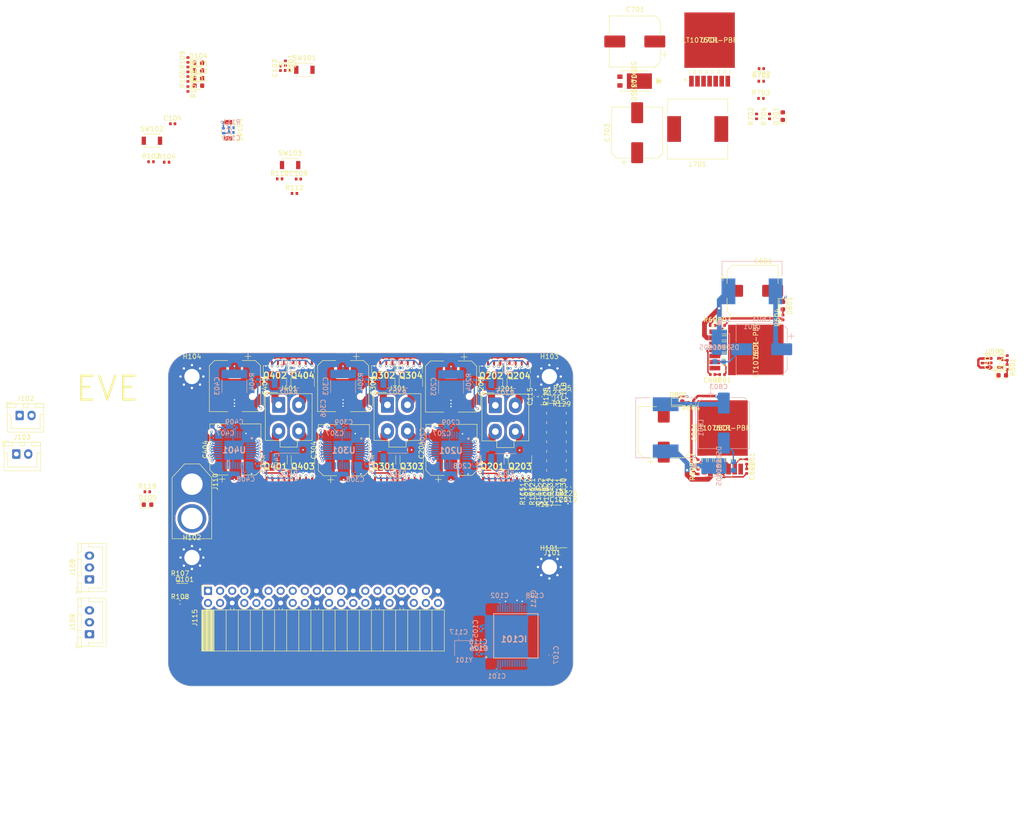
<source format=kicad_pcb>
(kicad_pcb (version 20221018) (generator pcbnew)
  (title_block (title "Projet Eve") (company "ENSEA"))
  (layers (0 "F.Cu" signal) (1 "In1.Cu" signal) (2 "In2.Cu" signal) (31 "B.Cu" signal) (34 "B.Paste" user) (35 "F.Paste" user) (36 "B.SilkS" user "B.Silkscreen") (37 "F.SilkS" user "F.Silkscreen") (38 "B.Mask" user) (39 "F.Mask" user) (44 "Edge.Cuts" user))
  (net 0 "")
  (net 1 "24V")
  (net 2 "GND1")
  (net 3 "+3.3V")
  (net 4 "5.1V")
  (net 5 "OSC_in")
  (net 6 "/Vcap")
  (net 7 "11.7V")
  (net 8 "/NRST")
  (net 9 "/driver_stepper/5VOUT")
  (net 10 "Net-(C602-Pad1)")
  (net 11 "7.5V")
  (net 12 "Net-(C702-Pad1)")
  (net 13 "/driver_stepper/VHS")
  (net 14 "/Régulateur 5.1V/Vsw")
  (net 15 "/Régulateur 11.7V/Vsw")
  (net 16 "/Régulateur 7.5V/Vsw")
  (net 17 "Net-(C802-Pad1)")
  (net 18 "/USR_LED_1")
  (net 19 "Net-(D101-K)")
  (net 20 "Net-(D102-K)")
  (net 21 "/USR_LED_2")
  (net 22 "Net-(D103-K)")
  (net 23 "/USR_LED_3")
  (net 24 "Net-(D104-K)")
  (net 25 "/USR_LED_4")
  (net 26 "Net-(D105-A)")
  (net 27 "Net-(D501-A)")
  (net 28 "OSC_out")
  (net 29 "LPUART1_RX")
  (net 30 "LPUART1_TX")
  (net 31 "SPI2_MISO")
  (net 32 "SPI2_MOSI")
  (net 33 "UART4_TX")
  (net 34 "Net-(D601-A)")
  (net 35 "Net-(D701-A)")
  (net 36 "Net-(D801-A)")
  (net 37 "/PWM_FAN")
  (net 42 "/SYS_JTDO-SWO")
  (net 44 "SCK")
  (net 51 "/FDC_8")
  (net 52 "/FDC_7")
  (net 53 "/FDC_6")
  (net 54 "GPIO_CSN3")
  (net 55 "GPIO_CSN2")
  (net 56 "GPIO_CSN1")
  (net 57 "/SYS_JTMS-SWDIO")
  (net 58 "/SYS_JTMS-SWCLK")
  (net 59 "/FDC_5")
  (net 60 "/FDC_4")
  (net 61 "UART4_RX")
  (net 62 "/FDC_3")
  (net 63 "/FDC_2")
  (net 64 "/FDC_1")
  (net 67 "USART1_TX")
  (net 73 "/driver_stepper/B1")
  (net 74 "/driver_stepper/B2")
  (net 75 "/driver_stepper/A1")
  (net 76 "/driver_stepper/A2")
  (net 77 "Net-(Q201-S1)")
  (net 78 "/driver_stepper/LA1")
  (net 79 "/driver_stepper/HA1")
  (net 80 "/driver_stepper/LB1")
  (net 81 "/driver_stepper/HB1")
  (net 82 "/driver_stepper/LA2")
  (net 83 "/driver_stepper/HA2")
  (net 84 "/driver_stepper/LB2")
  (net 85 "/driver_stepper/HB2")
  (net 86 "Net-(U601-Vc)")
  (net 87 "/driver_stepper/SRB")
  (net 88 "Net-(U601-FB)")
  (net 89 "Net-(U701-Vc)")
  (net 90 "Net-(U701-FB)")
  (net 91 "Net-(U801-Vc)")
  (net 92 "Net-(U801-FB)")
  (net 93 "/driver_stepper/SRA")
  (net 102 "/USR_BTN_2")
  (net 103 "/USR_BTN_1")
  (net 104 "/USR_BTN_3")
  (net 105 "Net-(C117-Pad1)")
  (net 106 "/driver_stepper1/VHS")
  (net 107 "/driver_stepper1/5VOUT")
  (net 108 "/driver_stepper2/VHS")
  (net 109 "/driver_stepper2/5VOUT")
  (net 114 "Net-(J102-Pin_2)")
  (net 143 "/driver_stepper1/B1")
  (net 144 "/driver_stepper1/B2")
  (net 145 "/driver_stepper1/A1")
  (net 146 "/driver_stepper1/A2")
  (net 147 "/driver_stepper2/B1")
  (net 148 "/driver_stepper2/B2")
  (net 149 "/driver_stepper2/A1")
  (net 150 "/driver_stepper2/A2")
  (net 151 "Net-(Q101-G)")
  (net 152 "Net-(Q301-S1)")
  (net 153 "/driver_stepper1/LA1")
  (net 154 "/driver_stepper1/HA1")
  (net 155 "/driver_stepper1/LB1")
  (net 156 "/driver_stepper1/HB1")
  (net 157 "/driver_stepper1/LA2")
  (net 158 "/driver_stepper1/HA2")
  (net 159 "/driver_stepper1/LB2")
  (net 160 "/driver_stepper1/HB2")
  (net 161 "Net-(Q401-S1)")
  (net 162 "/driver_stepper2/LA1")
  (net 163 "/driver_stepper2/HA1")
  (net 164 "/driver_stepper2/LB1")
  (net 165 "/driver_stepper2/HB1")
  (net 166 "/driver_stepper2/LA2")
  (net 167 "/driver_stepper2/HA2")
  (net 168 "/driver_stepper2/LB2")
  (net 169 "/driver_stepper2/HB2")
  (net 170 "Net-(R103-Pad2)")
  (net 171 "Net-(R104-Pad2)")
  (net 172 "Net-(R112-Pad2)")
  (net 173 "Net-(R113-Pad2)")
  (net 174 "/driver_stepper1/SRA")
  (net 175 "/driver_stepper1/SRB")
  (net 176 "/driver_stepper2/SRA")
  (net 177 "/driver_stepper2/SRB")
  (net 189 "/driver_stepper/S")
  (net 190 "/driver_stepper1/S")
  (net 191 "/driver_stepper2/S")
  (net 192 "FDC1")
  (net 193 "FDC2")
  (net 194 "FDC3")
  (net 195 "FDC4")
  (net 196 "FDC5")
  (net 197 "FDC6")
  (net 198 "FDC7")
  (net 199 "FDC8")
  (footprint "Capacitor_SMD:C_0402_1005Metric" (layer "F.Cu") (at 96.56 48.1 90)
    (fp_text reference "C112")
    (fp_text value "100n")
  )
  (footprint "Mosfet:SQJ968EPT1GE3" (layer "F.Cu") (at 89.0475 45.826)
    (fp_text reference "Q201")
    (fp_text value "SQJ504EP-T1_GE3" hide)
  )
  (footprint "Capacitor_SMD:C_0402_1005Metric" (layer "F.Cu") (at 145.4825 -39.745 180)
    (fp_text reference "C702")
    (fp_text value "10n")
  )
  (footprint "Resistor_SMD:R_0402_1005Metric" (layer "F.Cu") (at 47.51 -13.55)
    (fp_text reference "R112")
    (fp_text value "1k")
  )
  (footprint "Resistor_SMD:R_0402_1005Metric" (layer "F.Cu") (at 103.7 28.5)
    (fp_text reference "R125")
    (fp_text value "100k")
  )
  (footprint "Connector_PinSocket_2.54mm:PinSocket_2x20_P2.54mm_Horizontal" (layer "F.Cu") (at 29.37 69.9 90)
    (fp_text reference "J115")
    (fp_text value "Conn_02x20_Odd_Even")
  )
  (footprint "Package_TO_SOT_SMD:SOT-23-5" (layer "F.Cu") (at 194.4625 22.05)
    (fp_text reference "U501")
    (fp_text value "BU33SD5WG-TR")
  )
  (footprint "Connector_Molex:Molex_Mini-Fit_Jr_5566-04A_2x02_P4.20mm_Vertical" (layer "F.Cu") (at 67.025003 30.853185)
    (fp_text reference "J301")
    (fp_text value "Conn_01x04")
  )
  (footprint "Capacitor_SMD:C_0402_1005Metric" (layer "F.Cu") (at 102.95 49.57 180)
    (fp_text reference "C120")
    (fp_text value "100n")
  )
  (footprint "Resistor_SMD:R_0402_1005Metric" (layer "F.Cu") (at 145.395 -33.495)
    (fp_text reference "R703")
    (fp_text value "10k")
  )
  (footprint "Connector_PinHeader_1.27mm:PinHeader_2x07_P1.27mm_Vertical_SMD" (layer "F.Cu") (at 101.6 56.4 180)
    (fp_text reference "J101")
    (fp_text value "Conn_ST_STDC14")
  )
  (footprint "Mosfet:SQJ968EPT1GE3" (layer "F.Cu") (at 49.229363 22.615 180)
    (fp_text reference "Q404")
    (fp_text value "SQJ504EP-T1_GE3" hide)
  )
  (footprint "Capacitor_SMD:C_0402_1005Metric" (layer "F.Cu") (at 135.24255 24.47865 180)
    (fp_text reference "C602")
    (fp_text value "10n")
  )
  (footprint "Capacitor_SMD:CP_Elec_10x10.5" (layer "F.Cu") (at 80.4625 40.3 90)
    (fp_text reference "C204")
    (fp_text value "150u")
  )
  (footprint "Capacitor_SMD:CP_Elec_10x10.5" (layer "F.Cu") (at 35.014363 26.901 -90)
    (fp_text reference "C405")
    (fp_text value "150u")
  )
  (footprint "MountingHole:MountingHole_3.2mm_M3_Pad_Via" (layer "F.Cu") (at 101 24.9)
    (fp_text reference "H103")
    (fp_text value "MountingHole_Pad")
  )
  (footprint "Resistor_SMD:R_0402_1005Metric" (layer "F.Cu") (at 102.4 48.11 90)
    (fp_text reference "R132")
    (fp_text value "1k")
  )
  (footprint "Resistor_SMD:R_0402_1005Metric" (layer "F.Cu") (at 16.6375 49.1)
    (fp_text reference "R119")
    (fp_text value "4k")
  )
  (footprint "Resistor_SMD:R_0402_1005Metric" (layer "F.Cu") (at 25.162 -35.47 -90)
    (fp_text reference "R105")
    (fp_text value "390")
  )
  (footprint "LT1076CR:LT1076CR-PBF" (layer "F.Cu") (at 144.32255 19.31865 -90)
    (fp_text reference "U601")
    (fp_text value "LT1076CR-PBF")
  )
  (footprint "Resistor_SMD:R_0402_1005Metric" (layer "F.Cu") (at 144.47 -29.72 90)
    (fp_text reference "R702")
    (fp_text value "43k")
  )
  (footprint "Resistor_SMD:R_0402_1005Metric" (layer "F.Cu") (at 150 12.51 90)
    (fp_text reference "R604")
    (fp_text value "1k")
  )
  (footprint "LED_SMD:LED_0603_1608Metric" (layer "F.Cu") (at 27.362 -39.37)
    (fp_text reference "D103")
    (fp_text value "LED")
  )
  (footprint "Connector_Molex:Molex_Mini-Fit_Jr_5566-04A_2x02_P4.20mm_Vertical" (layer "F.Cu") (at 89.6625 30.95)
    (fp_text reference "J201")
    (fp_text value "Conn_01x04")
  )
  (footprint "Resistor_SMD:R_0402_1005Metric" (layer "F.Cu") (at 25.162 -41.57 90)
    (fp_text reference "R109")
    (fp_text value "390")
  )
  (footprint "Connector_JST:JST_XH_B3B-XH-A_1x03_P2.50mm_Vertical" (layer "F.Cu") (at 4.5 79 90)
    (fp_text reference "J109")
    (fp_text value "Conn_01x03")
  )
  (footprint "Button_Switch_SMD:SW_SPST_B3U-1000P" (layer "F.Cu") (at 46.6 -19.5)
    (fp_text reference "SW103")
    (fp_text value "SW_Push")
  )
  (footprint "Connector_PinHeader_2.00mm:PinHeader_2x08_P2.00mm_Vertical_SMD" (layer "F.Cu") (at 102.485 38.6)
    (fp_text reference "J1")
    (fp_text value "Conn_02x08_Odd_Even")
  )
  (footprint "Capacitor_SMD:C_0402_1005Metric" (layer "F.Cu") (at 48.35 -16.56)
    (fp_text reference "C109")
    (fp_text value "100n")
  )
  (footprint "Capacitor_SMD:CP_Elec_10x10.5" (layer "F.Cu") (at 118.92 -45.445 180)
    (fp_text reference "C701")
    (fp_text value "220u")
  )
  (footprint "LED_SMD:LED_0603_1608Metric" (layer "F.Cu") (at 16.6875 51.8)
    (fp_text reference "D105")
    (fp_text value "LED")
  )
  (footprint "Resistor_SMD:R_0402_1005Metric" (layer "F.Cu") (at 104.1 48.1 90)
    (fp_text reference "R131")
    (fp_text value "1k")
  )
  (footprint "LT1076CR:LT1076CR-PBF" (layer "F.Cu") (at 134.62 -45.72)
    (fp_text reference "U701")
    (fp_text value "LT1076CR-PBF")
  )
  (footprint "Mosfet:SQJ968EPT1GE3" (layer "F.Cu") (at 66.145 22.615 180)
    (fp_text reference "Q302")
    (fp_text value "SQJ504EP-T1_GE3" hide)
  )
  (footprint "Capacitor_SMD:CP_Elec_10x10.5" (layer "F.Cu") (at 119.42 -26.295 90)
    (fp_text reference "C703")
    (fp_text value "470u")
  )
  (footprint "Inductor_SMD:L_12x12mm_H8mm" (layer "F.Cu") (at 132.12 -27.07 180)
    (fp_text reference "L701")
    (fp_text value "22uH")
  )
  (footprint "Capacitor_SMD:CP_Elec_10x10.5" (layer "F.Cu") (at 80.3625 27 -90)
    (fp_text reference "C205")
    (fp_text value locked "150u")
  )
  (footprint "Resistor_SMD:R_0402_1005Metric" (layer "F.Cu") (at 132.19985 42.87745 90)
    (fp_text reference "R803")
    (fp_text value "10k")
  )
  (footprint "Capacitor_SMD:C_0402_1005Metric" (layer "F.Cu") (at 191.8 21.6 -90)
    (fp_text reference "C501")
    (fp_text value "1u")
  )
  (footprint "Connector_JST:JST_XH_B2B-XH-A_1x02_P2.50mm_Vertical" (layer "F.Cu") (at -10.15 33.075)
    (fp_text reference "J102")
    (fp_text value "Conn_01x02")
  )
  (footprint "Capacitor_SMD:CP_Elec_10x10.5" (layer "F.Cu") (at 57.725003 26.903185 -90)
    (fp_text reference "C305")
    (fp_text value "150u")
  )
  (footprint "Resistor_SMD:R_0402_1005Metric" (layer "F.Cu") (at 105.1 48.1 90)
    (fp_text reference "R130")
    (fp_text value "1k")
  )
  (footprint "Mosfet:SQJ968EPT1GE3" (layer "F.Cu") (at 66.310003 45.829185)
    (fp_text reference "Q301")
    (fp_text value "SQJ504EP-T1_GE3" hide)
  )
  (footprint "Resistor_SMD:R_0402_1005Metric" (layer "F.Cu") (at 145.445 -37.095)
    (fp_text reference "R701")
    (fp_text value "2.7k")
  )
  (footprint "Resistor_SMD:R_0402_1005Metric" (layer "F.Cu") (at 23.5 72.3)
    (fp_text reference "R108")
    (fp_text value "10k")
  )
  (footprint "Capacitor_SMD:C_0402_1005Metric" (layer "F.Cu") (at 44.562 -39.82 90)
    (fp_text reference "C103")
    (fp_text value "100n")
  )
  (footprint "Resistor_SMD:R_0402_1005Metric" (layer "F.Cu") (at 99.1 29.1 -90)
    (fp_text reference "R118")
    (fp_text value "100k")
  )
  (footprint "Capacitor_SMD:C_0402_1005Metric" (layer "F.Cu") (at 100.02 49.55)
    (fp_text reference "C114")
    (fp_text value "100n")
  )
  (footprint "Mosfet:SQJ968EPT1GE3" (layer "F.Cu") (at 94.8475 45.826)
    (fp_text reference "Q203")
    (fp_text value "SQJ504EP-T1_GE3" hide)
  )
  (footprint "Resistor_SMD:R_0402_1005Metric" (layer "F.Cu") (at 197.045 22.9 -90)
    (fp_text reference "R501")
    (fp_text value "220")
  )
  (footprint "Mosfet:SQJ968EPT1GE3" (layer "F.Cu") (at 72.110003 45.829185)
    (fp_text reference "Q303")
    (fp_text value "SQJ504EP-T1_GE3" hide)
  )
  (footprint "Capacitor_SMD:C_0402_1005Metric" (layer "F.Cu") (at 197.065 21 90)
    (fp_text reference "C502")
    (fp_text value "1u")
  )
  (footprint "Capacitor_SMD:CP_Elec_10x10.5" (layer "F.Cu") (at 143.64255 6.9)
    (fp_text reference "C601")
    (fp_text value "220u")
  )
  (footprint "Resistor_SMD:R_0402_1005Metric" (layer "F.Cu") (at 104.95 50.6)
    (fp_text reference "R126")
    (fp_text value "100k")
  )
  (footprint "Capacitor_SMD:C_0402_1005Metric" (layer "F.Cu") (at 98.1 29.1 90)
    (fp_text reference "C115")
    (fp_text value "100n")
  )
  (footprint "Resistor_SMD:R_0402_1005Metric" (layer "F.Cu") (at 100.4 48.1 90)
    (fp_text reference "R122")
    (fp_text value "1k")
  )
  (footprint "Resistor_SMD:R_0402_1005Metric" (layer "F.Cu") (at 20.69 -20.1)
    (fp_text reference "R104")
    (fp_text value "1k")
  )
  (footprint "Resistor_SMD:R_0402_1005Metric" (layer "F.Cu") (at 100.02 50.55 180)
    (fp_text reference "R117")
    (fp_text value "100k")
  )
  (footprint "Capacitor_SMD:CP_Elec_10x10.5" (layer "F.Cu") (at 35.114363 40.215 90)
    (fp_text reference "C404")
    (fp_text value "150u")
  )
  (footprint "Resistor_SMD:R_0402_1005Metric" (layer "F.Cu") (at 132.19985 44.87745 90)
    (fp_text reference "R802")
    (fp_text value "24k")
  )
  (footprint "Resistor_SMD:R_0402_1005Metric" (layer "F.Cu") (at 25.162 -37.57 90)
    (fp_text reference "R106")
    (fp_text value "390")
  )
  (footprint "Button_Switch_SMD:SW_SPST_B3U-1000P" (layer "F.Cu") (at 49.6 -39.5)
    (fp_text reference "SW101")
    (fp_text value "SW_Push")
  )
  (footprint "Mosfet:SQJ968EPT1GE3" (layer "F.Cu") (at 71.93 22.625 180)
    (fp_text reference "Q304")
    (fp_text value "SQJ504EP-T1_GE3" hide)
  )
  (footprint "Package_TO_SOT_SMD:SOT-23" (layer "F.Cu") (at 24.4625 69.9)
    (fp_text reference "Q101")
    (fp_text value "NMOS")
  )
  (footprint "Connector_AMASS:AMASS_XT60-F_1x02_P7.20mm_Vertical" (layer "F.Cu") (at 26 47.5 -90)
    (fp_text reference "J110")
    (fp_text value "Conn_01x02")
  )
  (footprint "LT1076CR:LT1076CR-PBF" (layer "F.Cu") (at 137.32985 35.7132)
    (fp_text reference "U801")
    (fp_text value "LT1076CR-PBF")
  )
  (footprint "Connector_JST:JST_XH_B2B-XH-A_1x02_P2.50mm_Vertical" (layer "F.Cu") (at -10.85 41.175)
    (fp_text reference "J103")
    (fp_text value "Conn_01x02")
  )
  (footprint "LED_SMD:LED_0603_1608Metric" (layer "F.Cu") (at 27.362 -37.745)
    (fp_text reference "D102")
    (fp_text value "LED")
  )
  (footprint "Resistor_SMD:R_0402_1005Metric" (layer "F.Cu") (at 130.69985 30.36745 180)
    (fp_text reference "R804")
    (fp_text value "1.5k")
  )
  (footprint "Resistor_SMD:R_0402_1005Metric" (layer "F.Cu") (at 135.24255 14.17865)
    (fp_text reference "R602")
    (fp_text value "13k")
  )
  (footprint "Connector_Molex:Molex_Mini-Fit_Jr_5566-04A_2x02_P4.20mm_Vertical" (layer "F.Cu") (at 44.204363 30.851)
    (fp_text reference "J401")
    (fp_text value "Conn_01x04")
  )
  (footprint "Connector_JST:JST_XH_B3B-XH-A_1x03_P2.50mm_Vertical" (layer "F.Cu") (at 4.5 67.5 90)
    (fp_text reference "J108")
    (fp_text value "Conn_01x03")
  )
  (footprint "Mosfet:SQJ968EPT1GE3" (layer "F.Cu") (at 49.289363 45.827)
    (fp_text reference "Q403")
    (fp_text value "SQJ504EP-T1_GE3" hide)
  )
  (footprint "Resistor_SMD:R_0402_1005Metric" (layer "F.Cu") (at 102.99 50.57)
    (fp_text reference "R127")
    (fp_text value "100k")
  )
  (footprint "Capacitor_SMD:C_0402_1005Metric" (layer "F.Cu") (at 97.55 50.04 -90)
    (fp_text reference "C113")
    (fp_text value "100n")
  )
  (footprint "Resistor_SMD:R_0402_1005Metric" (layer "F.Cu") (at 101.6 29.5)
    (fp_text reference "R123")
    (fp_text value "1k")
  )
  (footprint "LED_SMD:LED_0603_1608Metric" (layer "F.Cu") (at 196.025 24.65)
    (fp_text reference "D501")
    (fp_text value "LED")
  )
  (footprint "Mosfet:SQJ968EPT1GE3" (layer "F.Cu") (at 94.5625 22.7 180)
    (fp_text reference "Q204")
    (fp_text value "SQJ504EP-T1_GE3" hide)
  )
  (footprint "Capacitor_SMD:CP_Elec_10x10.5" (layer "F.Cu") (at 57.879003 40.353185 90)
    (fp_text reference "C304")
    (fp_text value "150u")
  )
  (footprint "Capacitor_SMD:C_0402_1005Metric" (layer "F.Cu") (at 105.2 28 90)
    (fp_text reference "C118")
    (fp_text value "100n")
  )
  (footprint "Capacitor_SMD:CP_Elec_10x10.5" (layer "F.Cu") (at 124.99985 36.56745 90)
    (fp_text reference "C801")
    (fp_text value "220u")
  )
  (footprint "LED_SMD:LED_0603_1608Metric" (layer "F.Cu") (at 27.362 -36.17)
    (fp_text reference "D101")
    (fp_text value "LED")
  )
  (footprint "Resistor_SMD:R_0402_1005Metric" (layer "F.Cu") (at 137.24255 24.47865 180)
    (fp_text reference "R601")
    (fp_text value "2.7k")
  )
  (footprint "DST10100S:DST10100S" (layer "F.Cu") (at 118.80835 -37.1275 -90)
    (fp_text reference "CR701")
    (fp_text value "DST10100S")
  )
  (footprint "Capacitor_SMD:C_0402_1005Metric" (layer "F.Cu") (at 101.4 48.1 90)
    (fp_text reference "C121")
    (fp_text value "100n")
  )
  (footprint "Capacitor_SMD:C_0402_1005Metric" (layer "F.Cu") (at 21.96 -28.17)
    (fp_text reference "C104")
    (fp_text value "100n")
  )
  (footprint "Button_Switch_SMD:SW_SPST_B3U-1000P" (layer "F.Cu") (at 33.6 -26.8 -90)
    (fp_text reference "SW104")
    (fp_text value "SW_Push")
  )
  (footprint "LED_SMD:LED_0603_1608Metric" (layer "F.Cu") (at 150 10.01 -90)
    (fp_text reference "D601")
    (fp_text value "LED")
  )
  (footprint "MountingHole:MountingHole_3.2mm_M3_Pad_Via" (layer "F.Cu") (at 101 64.9)
    (fp_text reference "H101")
    (fp_text value "MountingHole_Pad")
  )
  (footprint "Resistor_SMD:R_0402_1005Metric" (layer "F.Cu") (at 97.61 48.11 90)
    (fp_text reference "R120")
    (fp_text value "1k")
  )
  (footprint "MountingHole:MountingHole_3.2mm_M3_Pad_Via" (layer "F.Cu") (at 26 62.9)
    (fp_text reference "H102")
    (fp_text value "MountingHole_Pad")
  )
  (footprint "Resistor_SMD:R_0402_1005Metric" (layer "F.Cu") (at 147.195 -29.72 90)
    (fp_text reference "R704")
    (fp_text value "2k")
  )
  (footprint "Resistor_SMD:R_0402_1005Metric" (layer "F.Cu") (at 101.51 50.05 90)
    (fp_text reference "R128")
    (fp_text value "100k")
  )
  (footprint "Resistor_SMD:R_0402_1005Metric" (layer "F.Cu") (at 23.5 67.4)
    (fp_text reference "R107")
    (fp_text value "22")
  )
  (footprint "Resistor_SMD:R_0402_1005Metric" (layer "F.Cu") (at 25.162 -39.57 -90)
    (fp_text reference "R114")
    (fp_text value "390")
  )
  (footprint "Resistor_SMD:R_0402_1005Metric" (layer "F.Cu") (at 44.4 -16.6)
    (fp_text reference "R110")
    (fp_text value "100k")
  )
  (footprint "Resistor_SMD:R_0402_1005Metric" (layer "F.Cu") (at 103.6 29.5 180)
    (fp_text reference "R129")
    (fp_text value "1k")
  )
  (footprint "Capacitor_SMD:C_0402_1005Metric" (layer "F.Cu") (at 104.9 49.6 180)
    (fp_text reference "C119")
    (fp_text value "100n")
  )
  (footprint "Mosfet:SQJ968EPT1GE3" (layer "F.Cu") (at 43.549363 45.827)
    (fp_text reference "Q401")
    (fp_text value "SQJ504EP-T1_GE3" hide)
  )
  (footprint "LED_SMD:LED_0603_1608Metric" (layer "F.Cu") (at 27.362 -40.97)
    (fp_text reference "D104")
    (fp_text value "LED")
  )
  (footprint "Mosfet:SQJ968EPT1GE3" (layer "F.Cu") (at 88.7625 22.7 180)
    (fp_text reference "Q202")
    (fp_text value "SQJ504EP-T1_GE3" hide)
  )
  (footprint "LED_SMD:LED_0603_1608Metric" (layer "F.Cu") (at 128.09985 30.16745)
    (fp_text reference "D801")
    (fp_text value "LED")
  )
  (footprint "Capacitor_SMD:C_0402_1005Metric" (layer "F.Cu") (at 142.39985 44.76745 -90)
    (fp_text reference "C802")
    (fp_text value "10n")
  )
  (footprint "Resistor_SMD:R_0402_1005Metric" (layer "F.Cu") (at 98.64 48.1 90)
    (fp_text reference "R121")
    (fp_text value "1k")
  )
  (footprint "Resistor_SMD:R_0402_1005Metric" (layer "F.Cu") (at 98.55 50.04 90)
    (fp_text reference "R116")
    (fp_text value "100k")
  )
  (footprint "Resistor_SMD:R_0402_1005Metric" (layer "F.Cu") (at 45.612 -40.87 -90)
    (fp_text reference "R101")
    (fp_text value "100k")
  )
  (footprint "Resistor_SMD:R_0402_1005Metric" (layer "F.Cu") (at 137.24255 14.17865)
    (fp_text reference "R603")
    (fp_text value "10k")
  )
  (footprint "Resistor_SMD:R_0402_1005Metric" (layer "F.Cu") (at 46.062 -39.37)
    (fp_text reference "R103")
    (fp_text value "1k")
  )
  (footprint "Resistor_SMD:R_0402_1005Metric" (layer "F.Cu") (at 17.41 -20.2)
    (fp_text reference "R102")
    (fp_text value "100k")
  )
  (footprint "LED_SMD:LED_0603_1608Metric" (layer "F.Cu") (at 149.97 -29.77 90)
    (fp_text reference "D701")
    (fp_text value "LED")
  )
  (footprint "Resistor_SMD:R_0402_1005Metric" (layer "F.Cu") (at 142.39985 42.76745 -90)
    (fp_text reference "R801")
    (fp_text value "2.7k")
  )
  (footprint "Button_Switch_SMD:SW_SPST_B3U-1000P" (layer "F.Cu") (at 17.6 -24.6)
    (fp_text reference "SW102")
    (fp_text value "SW_Push")
  )
  (footprint "MountingHole:MountingHole_3.2mm_M3_Pad_Via" (layer "F.Cu") (at 26 24.9)
    (fp_text reference "H104")
    (fp_text value "MountingHole_Pad")
  )
  (footprint "Resistor_SMD:R_0402_1005Metric" (layer "F.Cu") (at 96.56 50 90)
    (fp_text reference "R115")
    (fp_text value "100k")
  )
  (footprint "Mosfet:SQJ968EPT1GE3" (layer "F.Cu") (at 43.414363 22.615 180)
    (fp_text reference "Q402")
    (fp_text value "SQJ504EP-T1_GE3" hide)
  )
  (footprint "Capacitor_SMD:C_0402_1005Metric" (layer "B.Cu") (at 75.5425 37.515 -90)
    (fp_text reference "C206")
    (fp_text value "220n")
  )
  (footprint "Capacitor_SMD:C_0402_1005Metric" (layer "B.Cu") (at 89.962 86.65)
    (fp_text reference "C101")
    (fp_text value "4.7u")
  )
  (footprint "Resistor_SMD:R_0402_1005Metric" (layer "B.Cu") (at 62.669003 43.239185 90)
    (fp_text reference "R303")
    (fp_text value "10")
  )
  (footprint "Capacitor_SMD:C_2220_5750Metric" (layer "B.Cu") (at 34.904363 26.901 -90)
    (fp_text reference "C403")
    (fp_text value "10u")
  )
  (footprint "DST10100S:DST10100S" (layer "B.Cu") (at 136.64255 18.77865 180)
    (fp_text reference "CR601")
    (fp_text value "DST10100S")
  )
  (footprint "Capacitor_SMD:C_0402_1005Metric" (layer "B.Cu") (at 46.294363 23.087 180)
    (fp_text reference "C401")
    (fp_text value "100n")
  )
  (footprint "Capacitor_SMD:C_0402_1005Metric" (layer "B.Cu") (at 86.062 81.75 180)
    (fp_text reference "C116")
    (fp_text value "10p")
  )
  (footprint "Resistor_SMD:R_2512_6332Metric" (layer "B.Cu") (at 69.125003 25.603185)
    (fp_text reference "R302")
    (fp_text value "0.075")
  )
  (footprint "TMC2590:QFP50P700X700X114-33N" (layer "B.Cu") (at 57.817003 40.403185 180)
    (fp_text reference "U301")
    (fp_text value "TMC2590-TA" hide)
  )
  (footprint "Capacitor_SMD:C_0402_1005Metric" (layer "B.Cu") (at 69.215003 45.189185)
    (fp_text reference "C302")
    (fp_text value "100n")
  )
  (footprint "Capacitor_SMD:C_0402_1005Metric" (layer "B.Cu") (at 78.4525 35.686)
    (fp_text reference "C207")
    (fp_text value "100n")
  )
  (footprint "Resistor_SMD:R_0402_1005Metric" (layer "B.Cu") (at 85.2425 26.086 -90)
    (fp_text reference "R204")
    (fp_text value "10")
  )
  (footprint "Capacitor_SMD:C_0402_1005Metric" (layer "B.Cu") (at 34.894363 35.587 180)
    (fp_text reference "C409")
    (fp_text value "100n")
  )
  (footprint "Resistor_SMD:R_2512_6332Metric" (layer "B.Cu") (at 91.7625 25.7)
    (fp_text reference "R202")
    (fp_text value "0.075")
  )
  (footprint "Resistor_SMD:R_0402_1005Metric" (layer "B.Cu") (at 39.694363 43.187 90)
    (fp_text reference "R403")
    (fp_text value "10")
  )
  (footprint "STM32U535RET6:QFP50P1200X1200X160-64N" (layer "B.Cu") (at 93.962 79.35)
    (fp_text reference "IC101")
    (fp_text value "STM32U535RET6" hide)
  )
  (footprint "Capacitor_SMD:C_0402_1005Metric" (layer "B.Cu") (at 96.512 71.6 90)
    (fp_text reference "C111")
    (fp_text value "4.7u")
  )
  (footprint "Capacitor_SMD:C_0402_1005Metric" (layer "B.Cu") (at 80.3525 35.686 180)
    (fp_text reference "C209")
    (fp_text value "100n")
  )
  (footprint "Resistor_SMD:R_0402_1005Metric" (layer "B.Cu") (at 32.6 -26.7 90)
    (fp_text reference "R113")
    (fp_text value "1k")
  )
  (footprint "Capacitor_SMD:C_0402_1005Metric" (layer "B.Cu") (at 53.059003 37.521185 -90)
    (fp_text reference "C306")
    (fp_text value "220n")
  )
  (footprint "Capacitor_SMD:C_0402_1005Metric" (layer "B.Cu") (at 55.989003 35.668185)
    (fp_text reference "C307")
    (fp_text value "100n")
  )
  (footprint "Capacitor_SMD:CP_Elec_10x10.5" (layer "B.Cu") (at 145.54255 19.17865 180)
    (fp_text reference "C603")
    (fp_text value "470u")
  )
  (footprint "TMC2590:QFP50P700X700X114-33N" (layer "B.Cu") (at 80.3005 40.45 180)
    (fp_text reference "U201")
    (fp_text value "TMC2590-TA" hide)
  )
  (footprint "Capacitor_SMD:C_0402_1005Metric" (layer "B.Cu") (at 101.262 83.35 90)
    (fp_text reference "C107")
    (fp_text value "100n")
  )
  (footprint "Capacitor_SMD:C_0402_1005Metric" (layer "B.Cu") (at 33.014363 35.616)
    (fp_text reference "C407")
    (fp_text value "100n")
  )
  (footprint "Resistor_SMD:R_0402_1005Metric" (layer "B.Cu") (at 86.062 80.75)
    (fp_text reference "R124")
    (fp_text value "10R")
  )
  (footprint "Capacitor_SMD:C_0402_1005Metric" (layer "B.Cu") (at 34.25 -26.35)
    (fp_text reference "C110")
    (fp_text value "100n")
  )
  (footprint "DST10100S:DST10100S" (layer "B.Cu") (at 136.58995 43.687451 -90)
    (fp_text reference "CR801")
    (fp_text value "DST10100S")
  )
  (footprint "Capacitor_SMD:C_0402_1005Metric" (layer "B.Cu") (at 90.562 72.05 180)
    (fp_text reference "C102")
    (fp_text value "100n")
  )
  (footprint "Resistor_SMD:R_2512_6332Metric" (layer "B.Cu") (at 69.125003 42.703185)
    (fp_text reference "R301")
    (fp_text value "0.075")
  )
  (footprint "Capacitor_SMD:C_0402_1005Metric" (layer "B.Cu") (at 91.8525 45.286)
    (fp_text reference "C202")
    (fp_text value "100n")
  )
  (footprint "Resistor_SMD:R_0402_1005Metric" (layer "B.Cu") (at 34.25 -27.35 180)
    (fp_text reference "R111")
    (fp_text value "100k")
  )
  (footprint "Capacitor_SMD:C_0402_1005Metric" (layer "B.Cu") (at 46.394363 45.187)
    (fp_text reference "C402")
    (fp_text value "100n")
  )
  (footprint "Capacitor_SMD:C_2220_5750Metric" (layer "B.Cu") (at 80.3625 27 -90)
    (fp_text reference "C203")
    (fp_text value "10u")
  )
  (footprint "Capacitor_SMD:C_0402_1005Metric" (layer "B.Cu") (at 57.869003 35.639185 180)
    (fp_text reference "C309")
    (fp_text value "100n")
  )
  (footprint "Capacitor_SMD:C_0402_1005Metric" (layer "B.Cu") (at 86.262 83.15 180)
    (fp_text reference "C106")
    (fp_text value "100n")
  )
  (footprint "Capacitor_SMD:C_2220_5750Metric" (layer "B.Cu") (at 57.725003 26.903185 -90)
    (fp_text reference "C303")
    (fp_text value "10u")
  )
  (footprint "Resistor_SMD:R_2512_6332Metric" (layer "B.Cu") (at 91.7625 42.8)
    (fp_text reference "R201")
    (fp_text value "0.075")
  )
  (footprint "Capacitor_SMD:C_0402_1005Metric" (layer "B.Cu") (at 86.662 77.85 -90)
    (fp_text reference "C105")
    (fp_text value "100n")
  )
  (footprint "Inductor_SMD:L_12x12mm_H8mm" (layer "B.Cu") (at 143.52255 7.01865)
    (fp_text reference "L601")
    (fp_text value "22uH")
  )
  (footprint "TMC2590:QFP50P700X700X114-33N" (layer "B.Cu") (at 34.842363 40.351 180)
    (fp_text reference "U401")
    (fp_text value "TMC2590-TA" hide)
  )
  (footprint "Inductor_SMD:L_12x12mm_H8mm" (layer "B.Cu") (at 125.39985 35.66745 90)
    (fp_text reference "L801")
    (fp_text value "22uH")
  )
  (footprint "Capacitor_SMD:CP_Elec_10x10.5" (layer "B.Cu") (at 137.59985 34.66745 -90)
    (fp_text reference "C803")
    (fp_text value "470u")
  )
  (footprint "Capacitor_SMD:C_0402_1005Metric" (layer "B.Cu") (at 30.084363 37.737 -90)
    (fp_text reference "C406")
    (fp_text value "220n")
  )
  (footprint "Capacitor_SMD:C_0402_1005Metric" (layer "B.Cu") (at 37.294363 45.287)
    (fp_text reference "C408")
    (fp_text value "470n")
  )
  (footprint "Crystal:Crystal_SMD_EuroQuartz_MT-4Pin_3.2x2.5mm" (layer "B.Cu") (at 83.062 81.95)
    (fp_text reference "Y101")
    (fp_text value "Crystal")
  )
  (footprint "Capacitor_SMD:C_0402_1005Metric" (layer "B.Cu") (at 97.962 72.05 180)
    (fp_text reference "C108")
    (fp_text value "100n")
  )
  (footprint "Resistor_SMD:R_0402_1005Metric" (layer "B.Cu") (at 39.784363 25.987 -90)
    (fp_text reference "R404")
    (fp_text value "10")
  )
  (footprint "Resistor_SMD:R_2512_6332Metric" (layer "B.Cu") (at 46.304363 25.601)
    (fp_text reference "R402")
    (fp_text value "0.075")
  )
  (footprint "Capacitor_SMD:C_0402_1005Metric" (layer "B.Cu") (at 60.269003 45.339185)
    (fp_text reference "C308")
    (fp_text value "470n")
  )
  (footprint "Resistor_SMD:R_0402_1005Metric" (layer "B.Cu") (at 85.1525 43.286 90)
    (fp_text reference "R203")
    (fp_text value "10")
  )
  (footprint "Capacitor_SMD:C_0402_1005Metric" (layer "B.Cu") (at 82.7525 45.386)
    (fp_text reference "C208")
    (fp_text value "470n")
  )
  (footprint "Capacitor_SMD:C_0402_1005Metric" (layer "B.Cu") (at 69.115003 23.089185 180)
    (fp_text reference "C301")
    (fp_text value "100n")
  )
  (footprint "Resistor_SMD:R_0402_1005Metric" (layer "B.Cu") (at 62.605003 25.989185 -90)
    (fp_text reference "R304")
    (fp_text value "10")
  )
  (footprint "Capacitor_SMD:C_0402_1005Metric" (layer "B.Cu") (at 91.7525 23.186 180)
    (fp_text reference "C201")
    (fp_text value "100n")
  )
  (footprint "Resistor_SMD:R_2512_6332Metric" (layer "B.Cu") (at 46.304363 42.701)
    (fp_text reference "R401")
    (fp_text value "0.075")
  )
  (footprint "Capacitor_SMD:C_0402_1005Metric" (layer "B.Cu") (at 81.962 79.7 180)
    (fp_text reference "C117")
    (fp_text value "10p")
  )
  (gr_arc locked (start 101 19.9) (mid 104.535534 21.364466) (end 106 24.9) (stroke (width 0.1)) (layer "Edge.Cuts"))
  (gr_arc locked (start 26 89.9) (mid 22.464466 88.435534) (end 21 84.9) (stroke (width 0.1)) (layer "Edge.Cuts"))
  (gr_arc locked (start 106 84.9) (mid 104.535534 88.435534) (end 101 89.9) (stroke (width 0.1)) (layer "Edge.Cuts"))
  (gr_arc locked (start 21 24.9) (mid 22.464466 21.364466) (end 26 19.9) (stroke (width 0.1)) (layer "Edge.Cuts"))
  (gr_line locked (start 106 24.9) (end 106 84.9) (stroke (width 0.1)) (layer "Edge.Cuts"))
  (gr_line locked (start 101 89.9) (end 26 89.9) (stroke (width 0.1)) (layer "Edge.Cuts"))
  (gr_line locked (start 26 19.9) (end 101 19.9) (stroke (width 0.1)) (layer "Edge.Cuts"))
  (gr_line locked (start 21 84.9) (end 21 24.9) (stroke (width 0.1)) (layer "Edge.Cuts"))
  (gr_text "EVE" (at 1.24 30.38) (layer "F.SilkS") (effects (font (size 5 5) (thickness 0.5)) (justify left bottom)))
  (segment locked (start 49.944363 46.501) (end 49.944363 45.731) (width 0.3) (layer "F.Cu") (net 1))
  (segment locked (start 90.3425 22.786) (end 90.6675 22.461) (width 0.3) (layer "F.Cu") (net 1))
  (segment locked (start 44.904363 22.701) (end 45.329363 22.276) (width 0.3) (layer "F.Cu") (net 1))
  (segment locked (start 71.2945 22.701) (end 71.2945 22.0305) (width 0.3) (layer "F.Cu") (net 1))
  (segment locked (start 67.808944 22.763944) (end 68.05 22.522888) (width 0.3) (layer "F.Cu") (net 1))
  (segment locked (start 49.944363 45.731) (end 49.914363 45.701) (width 0.3) (layer "F.Cu") (net 1))
  (segment locked (start 89.5825 45.856) (end 89.6525 45.786) (width 0.3) (layer "F.Cu") (net 1))
  (segment locked (start 90.6675 22.461) (end 90.6675 22.04) (width 0.3) (layer "F.Cu") (net 1))
  (segment locked (start 66.925 46.501) (end 66.925 45.771) (width 0.3) (layer "F.Cu") (net 1))
  (segment locked (start 80.3425 44.62) (end 80.3625 44.6) (width 0.3) (layer "F.Cu") (net 1))
  (segment locked (start 93.952 22.786) (end 93.9275 22.7615) (width 0.3) (layer "F.Cu") (net 1))
  (segment locked (start 45.329363 22.276) (end 45.329363 21.955) (width 0.3) (layer "F.Cu") (net 1))
  (segment locked (start 48.589363 22.6255) (end 48.589363 21.955) (width 0.3) (layer "F.Cu") (net 1))
  (segment locked (start 48.513863 22.701) (end 48.589363 22.6255) (width 0.3) (layer "F.Cu") (net 1))
  (segment locked (start 34.904363 46.501) (end 34.904363 44.535) (width 0.3) (layer "F.Cu") (net 1))
  (segment locked (start 93.9275 22.7615) (end 93.9275 22.04) (width 0.3) (layer "F.Cu") (net 1))
  (segment locked (start 80.3425 46.586) (end 80.3425 44.62) (width 0.3) (layer "F.Cu") (net 1))
  (segment locked (start 57.839 44.585) (end 57.859 44.565) (width 0.3) (layer "F.Cu") (net 1))
  (segment locked (start 72.725 46.501) (end 72.725 45.731) (width 0.3) (layer "F.Cu") (net 1))
  (segment locked (start 95.3825 45.816) (end 95.3525 45.786) (width 0.3) (layer "F.Cu") (net 1))
  (segment locked (start 95.3825 46.586) (end 95.3825 45.816) (width 0.3) (layer "F.Cu") (net 1))
  (segment locked (start 57.839 46.551) (end 57.839 44.585) (width 0.3) (layer "F.Cu") (net 1))
  (segment locked (start 72.725 45.731) (end 72.695 45.701) (width 0.3) (layer "F.Cu") (net 1))
  (segment locked (start 66.925 45.771) (end 66.995 45.701) (width 0.3) (layer "F.Cu") (net 1))
  (segment locked (start 44.144363 46.501) (end 44.144363 45.771) (width 0.3) (layer "F.Cu") (net 1))
  (segment locked (start 89.5825 46.586) (end 89.5825 45.856) (width 0.3) (layer "F.Cu") (net 1))
  (segment locked (start 68.05 22.522888) (end 68.05 21.955) (width 0.3) (layer "F.Cu") (net 1))
  (segment locked (start 34.904363 44.535) (end 34.924363 44.515) (width 0.3) (layer "F.Cu") (net 1))
  (segment locked (start 44.144363 45.771) (end 44.214363 45.701) (width 0.3) (layer "F.Cu") (net 1))
  (via locked (at 47.414363 23.101) (size 0.5) (drill 0.3) (layers "F.Cu" "B.Cu") (net 1))
  (via locked (at 80.3425 46.586) (size 0.5) (drill 0.3) (layers "F.Cu" "B.Cu") (net 1))
  (via locked (at 80.3625 22.8) (size 0.5) (drill 0.3) (layers "F.Cu" "B.Cu") (net 1))
  (via locked (at 30.104363 36.531) (size 0.5) (drill 0.3) (layers "F.Cu" "B.Cu") (net 1))
  (via locked (at 76.9425 35.486) (size 0.5) (drill 0.3) (layers "F.Cu" "B.Cu") (net 1))
  (via locked (at 71.2945 22.701) (size 0.5) (drill 0.3) (layers "F.Cu" "B.Cu") (net 1))
  (via locked (at 72.695 45.701) (size 0.5) (drill 0.3) (layers "F.Cu" "B.Cu") (net 1))
  (via locked (at 53.039 36.26) (size 0.5) (drill 0.3) (layers "F.Cu" "B.Cu") (net 1))
  (via locked (at 34.904363 46.501) (size 0.5) (drill 0.3) (layers "F.Cu" "B.Cu") (net 1))
  (via locked (at 48.513863 22.701) (size 0.5) (drill 0.3) (layers "F.Cu" "B.Cu") (net 1))
  (via locked (at 34.924363 22.715) (size 0.5) (drill 0.3) (layers "F.Cu" "B.Cu") (net 1))
  (via locked (at 90.3425 22.786) (size 0.5) (drill 0.3) (layers "F.Cu" "B.Cu") (net 1))
  (via locked (at 89.6525 45.786) (size 0.5) (drill 0.3) (layers "F.Cu" "B.Cu") (net 1))
  (via locked (at 45.304363 45.201) (size 0.5) (drill 0.3) (layers "F.Cu" "B.Cu") (net 1))
  (via locked (at 66.995 45.701) (size 0.5) (drill 0.3) (layers "F.Cu" "B.Cu") (net 1))
  (via locked (at 67.808944 22.763944) (size 0.5) (drill 0.3) (layers "F.Cu" "B.Cu") (net 1))
  (via locked (at 57.705 22.715) (size 0.5) (drill 0.3) (layers "F.Cu" "B.Cu") (net 1))
  (via locked (at 93.952 22.786) (size 0.5) (drill 0.3) (layers "F.Cu" "B.Cu") (net 1))
  (via locked (at 44.904363 22.701) (size 0.5) (drill 0.3) (layers "F.Cu" "B.Cu") (net 1))
  (via locked (at 49.914363 45.701) (size 0.5) (drill 0.3) (layers "F.Cu" "B.Cu") (net 1))
  (via locked (at 44.214363 45.701) (size 0.5) (drill 0.3) (layers "F.Cu" "B.Cu") (net 1))
  (via locked (at 31.504363 35.401) (size 0.5) (drill 0.3) (layers "F.Cu" "B.Cu") (net 1))
  (via locked (at 90.7425 45.286) (size 0.5) (drill 0.3) (layers "F.Cu" "B.Cu") (net 1))
  (via locked (at 95.3525 45.786) (size 0.5) (drill 0.3) (layers "F.Cu" "B.Cu") (net 1))
  (via locked (at 68.085 45.201) (size 0.5) (drill 0.3) (layers "F.Cu" "B.Cu") (net 1))
  (via locked (at 57.839 46.551) (size 0.5) (drill 0.3) (layers "F.Cu" "B.Cu") (net 1))
  (via locked (at 54.439 35.451) (size 0.5) (drill 0.3) (layers "F.Cu" "B.Cu") (net 1))
  (via locked (at 70.195 23.101) (size 0.5) (drill 0.3) (layers "F.Cu" "B.Cu") (net 1))
  (via locked (at 92.8525 23.186) (size 0.5) (drill 0.3) (layers "F.Cu" "B.Cu") (net 1))
  (via locked (at 75.5425 36.295) (size 0.5) (drill 0.3) (layers "F.Cu" "B.Cu") (net 1))
  (segment locked (start 53.049 37.186) (end 53.049 36.446) (width 0.3) (layer "B.Cu") (net 1))
  (segment locked (start 46.794363 23.101) (end 47.414363 23.101) (width 0.3) (layer "B.Cu") (net 1))
  (segment locked (start 56.047 36.229) (end 55.469 35.651) (width 0.3) (layer "B.Cu") (net 1))
  (segment locked (start 77.9725 35.686) (end 77.1425 35.686) (width 0.3) (layer "B.Cu") (net 1))
  (segment locked (start 33.112363 36.179) (end 32.534363 35.601) (width 0.3) (layer "B.Cu") (net 1))
  (segment locked (start 69.575 23.101) (end 70.195 23.101) (width 0.3) (layer "B.Cu") (net 1))
  (segment locked (start 31.704363 35.601) (end 31.504363 35.401) (width 0.3) (layer "B.Cu") (net 1))
  (segment locked (start 92.2325 23.186) (end 92.8525 23.186) (width 0.3) (layer "B.Cu") (net 1))
  (segment locked (start 57.705 24.365) (end 57.705 22.715) (width 0.3) (layer "B.Cu") (net 1))
  (segment locked (start 75.5425 37.035) (end 75.5425 36.295) (width 0.3) (layer "B.Cu") (net 1))
  (segment locked (start 55.469 35.651) (end 54.639 35.651) (width 0.3) (layer "B.Cu") (net 1))
  (segment locked (start 56.047 37.177) (end 56.047 36.229) (width 0.3) (layer "B.Cu") (net 1))
  (segment locked (start 34.924363 24.365) (end 34.924363 22.715) (width 0.3) (layer "B.Cu") (net 1))
  (segment locked (start 78.5505 36.264) (end 77.9725 35.686) (width 0.3) (layer "B.Cu") (net 1))
  (segment locked (start 30.104363 37.271) (end 30.104363 36.531) (width 0.3) (layer "B.Cu") (net 1))
  (segment locked (start 32.534363 35.601) (end 31.704363 35.601) (width 0.3) (layer "B.Cu") (net 1))
  (segment locked (start 78.5505 37.212) (end 78.5505 36.264) (width 0.3) (layer "B.Cu") (net 1))
  (segment locked (start 54.639 35.651) (end 54.439 35.451) (width 0.3) (layer "B.Cu") (net 1))
  (segment locked (start 45.934363 45.201) (end 45.304363 45.201) (width 0.3) (layer "B.Cu") (net 1))
  (segment locked (start 91.3725 45.286) (end 90.7425 45.286) (width 0.3) (layer "B.Cu") (net 1))
  (segment locked (start 77.1425 35.686) (end 76.9425 35.486) (width 0.3) (layer "B.Cu") (net 1))
  (segment locked (start 68.715 45.201) (end 68.085 45.201) (width 0.3) (layer "B.Cu") (net 1))
  (segment locked (start 80.3625 24.45) (end 80.3625 22.8) (width 0.3) (layer "B.Cu") (net 1))
  (segment locked (start 33.112363 37.127) (end 33.112363 36.179) (width 0.3) (layer "B.Cu") (net 1))
  (segment (start 134.76255 24.47865) (end 134.274551 23.990651) (width 0.3) (layer "F.Cu") (net 2))
  (segment locked (start 57.859 35.261) (end 57.249 34.651) (width 0.3) (layer "F.Cu") (net 2))
  (segment (start 137.906101 45.96745) (end 137.32985 45.391199) (width 0.3) (layer "F.Cu") (net 2))
  (segment (start 128.41235 29.06745) (end 127.31235 30.16745) (width 0.3) (layer "F.Cu") (net 2))
  (segment (start 193.325 22.05) (end 191.83 22.05) (width 0.3) (layer "F.Cu") (net 2))
  (segment (start 150 9.2225) (end 150 8.8) (width 0.3) (layer "F.Cu") (net 2))
  (segment locked (start 57.705 31.115) (end 57.705 30.501) (width 0.3) (layer "F.Cu") (net 2))
  (segment (start 150 8.8) (end 150.6 8.2) (width 0.3) (layer "F.Cu") (net 2))
  (segment (start 138.4 13.3495) (end 138.4 13.5312) (width 0.3) (layer "F.Cu") (net 2))
  (segment (start 142.39985 45.24745) (end 141.67985 45.96745) (width 0.3) (layer "F.Cu") (net 2))
  (segment (start 134.1 19.631899) (end 134.274551 19.80645) (width 0.3) (layer "F.Cu") (net 2))
  (segment locked (start 80.3625 36.2) (end 80.3625 35.296) (width 0.3) (layer "F.Cu") (net 2))
  (segment locked (start 80.3625 31.2) (end 80.3625 30.586) (width 0.3) (layer "F.Cu") (net 2))
  (segment (start 150 9.05745) (end 147.84255 6.9) (width 0.3) (layer "F.Cu") (net 2))
  (segment (start 129.89985 29.06745) (end 128.41235 29.06745) (width 0.3) (layer "F.Cu") (net 2))
  (segment (start 134.274551 19.80645) (end 134.762351 19.31865) (width 0.3) (layer "F.Cu") (net 2))
  (segment (start 141.67985 45.96745) (end 137.906101 45.96745) (width 0.3) (layer "F.Cu") (net 2))
  (segment locked (start 80.3625 35.296) (end 79.7525 34.686) (width 0.3) (layer "F.Cu") (net 2))
  (segment (start 150 9.2225) (end 150 9.05745) (width 0.3) (layer "F.Cu") (net 2))
  (segment (start 138.4 13.5312) (end 137.75255 14.17865) (width 0.3) (layer "F.Cu") (net 2))
  (segment (start 137.806101 46.06745) (end 137.906101 45.96745) (width 0.3) (layer "F.Cu") (net 2))
  (segment locked (start 34.924363 35.211) (end 34.314363 34.601) (width 0.3) (layer "F.Cu") (net 2))
  (segment (start 134.1 19.1) (end 134.1 19.631899) (width 0.3) (layer "F.Cu") (net 2))
  (segment locked (start 57.859 36.165) (end 57.859 35.261) (width 0.3) (layer "F.Cu") (net 2))
  (segment (start 191.83 22.05) (end 191.8 22.08) (width 0.3) (layer "F.Cu") (net 2))
  (segment (start 134.274551 23.990651) (end 134.274551 19.80645) (width 0.3) (layer "F.Cu") (net 2))
  (segment (start 134.762351 19.31865) (end 135.71195 19.31865) (width 0.3) (layer "F.Cu") (net 2))
  (segment (start 131.44935 41.66745) (end 131.49985 41.66745) (width 0.3) (layer "F.Cu") (net 2))
  (segment (start 137.09985 46.06745) (end 137.806101 46.06745) (width 0.3) (layer "F.Cu") (net 2))
  (segment locked (start 34.924363 36.115) (end 34.924363 35.211) (width 0.3) (layer "F.Cu") (net 2))
  (segment locked (start 34.924363 31.115) (end 34.924363 30.501) (width 0.3) (layer "F.Cu") (net 2))
  (segment (start 137.32985 45.391199) (end 137.32985 44.3238) (width 0.3) (layer "F.Cu") (net 2))
  (segment (start 127.31235 30.16745) (end 127.19985 30.16745) (width 0.5) (layer "F.Cu") (net 2))
  (segment (start 127.19985 30.16745) (end 124.99985 32.36745) (width 0.5) (layer "F.Cu") (net 2))
  (segment (start 131.49985 41.66745) (end 132.19985 42.36745) (width 0.3) (layer "F.Cu") (net 2))
  (via locked (at 80.3625 30.586) (size 0.5) (drill 0.3) (layers "F.Cu" "B.Cu") (net 2))
  (via locked (at 62.349 38.351) (size 0.5) (drill 0.3) (layers "F.Cu" "B.Cu") (net 2))
  (via locked (at 34.924363 31.115) (size 0.5) (drill 0.3) (layers "F.Cu" "B.Cu") (net 2))
  (via (at 129.89985 29.06745) (size 0.5) (drill 0.3) (layers "F.Cu" "B.Cu") (net 2))
  (via locked (at 94.7425 23.286) (size 0.5) (drill 0.3) (layers "F.Cu" "B.Cu") (net 2))
  (via locked (at 72.085 23.201) (size 0.5) (drill 0.3) (layers "F.Cu" "B.Cu") (net 2))
  (via locked (at 84.8525 38.386) (size 0.5) (drill 0.3) (layers "F.Cu" "B.Cu") (net 2))
  (via locked (at 80.3625 31.2) (size 0.5) (drill 0.3) (layers "F.Cu" "B.Cu") (net 2))
  (via locked (at 82.774965 36.918465) (size 0.5) (drill 0.3) (layers "F.Cu" "B.Cu") (net 2))
  (via (at 138.4 13.3495) (size 0.5) (drill 0.3) (layers "F.Cu" "B.Cu") (net 2))
  (via locked (at 61.449 45.351) (size 0.5) (drill 0.3) (layers "F.Cu" "B.Cu") (net 2))
  (via locked (at 37.336828 36.833465) (size 0.5) (drill 0.3) (layers "F.Cu" "B.Cu") (net 2))
  (via locked (at 60.271465 36.883465) (size 0.5) (drill 0.3) (layers "F.Cu" "B.Cu") (net 2))
  (via locked (at 38.514363 45.301) (size 0.5) (drill 0.3) (layers "F.Cu" "B.Cu") (net 2))
  (via locked (at 57.705 31.115) (size 0.5) (drill 0.3) (layers "F.Cu" "B.Cu") (net 2))
  (via locked (at 92.9525 45.286) (size 0.5) (drill 0.3) (layers "F.Cu" "B.Cu") (net 2))
  (via locked (at 49.308782 45.013077) (size 0.5) (drill 0.3) (layers "F.Cu" "B.Cu") (net 2))
  (via (at 150.6 8.2) (size 0.5) (drill 0.3) (layers "F.Cu" "B.Cu") (net 2))
  (via locked (at 47.514363 45.201) (size 0.5) (drill 0.3) (layers "F.Cu" "B.Cu") (net 2))
  (via locked (at 72.089419 45.013077) (size 0.5) (drill 0.3) (layers "F.Cu" "B.Cu") (net 2))
  (via locked (at 83.9525 45.386) (size 0.5) (drill 0.3) (layers "F.Cu" "B.Cu") (net 2))
  (via locked (at 57.705 30.501) (size 0.5) (drill 0.3) (layers "F.Cu" "B.Cu") (net 2))
  (via locked (at 70.295 45.201) (size 0.5) (drill 0.3) (layers "F.Cu" "B.Cu") (net 2))
  (via (at 137.09985 46.06745) (size 0.5) (drill 0.3) (layers "F.Cu" "B.Cu") (net 2))
  (via (at 134.1 19.1) (size 0.5) (drill 0.3) (layers "F.Cu" "B.Cu") (net 2))
  (via locked (at 80.3625 29.886) (size 0.5) (drill 0.3) (layers "F.Cu" "B.Cu") (net 2))
  (via locked (at 39.414363 38.301) (size 0.5) (drill 0.3) (layers "F.Cu" "B.Cu") (net 2))
  (via locked (at 49.304363 23.201) (size 0.5) (drill 0.3) (layers "F.Cu" "B.Cu") (net 2))
  (via locked (at 34.924363 30.501) (size 0.5) (drill 0.3) (layers "F.Cu" "B.Cu") (net 2))
  (via locked (at 34.924363 29.801) (size 0.5) (drill 0.3) (layers "F.Cu" "B.Cu") (net 2))
  (via locked (at 94.746919 45.098077) (size 0.5) (drill 0.3) (layers "F.Cu" "B.Cu") (net 2))
  (via (at 131.44935 41.66745) (size 0.5) (drill 0.3) (layers "F.Cu" "B.Cu") (net 2))
  (via locked (at 57.705 29.801) (size 0.5) (drill 0.3) (layers "F.Cu" "B.Cu") (net 2))
  (segment locked (start 79.8725 35.686) (end 78.9325 35.686) (width 0.3) (layer "B.Cu") (net 2))
  (segment locked (start 57.249 34.651) (end 57.249 35.531) (width 0.3) (layer "B.Cu") (net 2))
  (segment locked (start 36.612363 37.127) (end 36.612363 38.615) (width 0.3) (layer "B.Cu") (net 2))
  (segment locked (start 56.547 43.653) (end 56.547 41.665) (width 0.3) (layer "B.Cu") (net 2))
  (segment (start 96.512 71.12) (end 96.552 71.12) (width 0.3) (layer "B.Cu") (net 2))
  (segment locked (start 79.7525 35.566) (end 79.8725 35.686) (width 0.3) (layer "B.Cu") (net 2))
  (segment locked (start 94.725 23.3035) (end 94.7425 23.286) (width 0.3) (layer "B.Cu") (net 2))
  (segment locked (start 33.612363 43.603) (end 33.612363 41.615) (width 0.3) (layer "B.Cu") (net 2))
  (segment locked (start 59.840535 36.883465) (end 59.547 37.177) (width 0.3) (layer "B.Cu") (net 2))
  (segment locked (start 33.612363 41.615) (end 34.862363 40.365) (width 0.3) (layer "B.Cu") (net 2))
  (segment locked (start 72.0675 23.2185) (end 72.085 23.201) (width 0.3) (layer "B.Cu") (net 2))
  (segment locked (start 80.0505 43.688) (end 80.0505 40.7) (width 0.3) (layer "B.Cu") (net 2))
  (segment locked (start 57.705 29.465) (end 57.705 29.801) (width 0.3) (layer "B.Cu") (net 2))
  (segment (start 90.712 85.088) (end 90.712 86.38) (width 0.3) (layer "B.Cu") (net 2))
  (segment locked (start 38.100363 38.615) (end 36.612363 38.615) (width 0.3) (layer "B.Cu") (net 2))
  (segment locked (start 57.369 35.651) (end 56.429 35.651) (width 0.3) (layer "B.Cu") (net 2))
  (segment locked (start 46.894363 45.201) (end 47.514363 45.201) (width 0.3) (layer "B.Cu") (net 2))
  (segment (start 100.992 82.6) (end 101.262 82.87) (width 0.3) (layer "B.Cu") (net 2))
  (segment locked (start 34.434363 35.601) (end 33.494363 35.601) (width 0.3) (layer "B.Cu") (net 2))
  (segment locked (start 34.612363 37.127) (end 34.612363 35.779) (width 0.3) (layer "B.Cu") (net 2))
  (segment (start 97.212 72.32) (end 97.482 72.05) (width 0.3) (layer "B.Cu") (net 2))
  (segment locked (start 79.0505 43.688) (end 79.0505 41.7) (width 0.3) (layer "B.Cu") (net 2))
  (segment locked (start 84.5385 38.7) (end 84.8525 38.386) (width 0.3) (layer "B.Cu") (net 2))
  (segment locked (start 39.100363 38.615) (end 39.414363 38.301) (width 0.3) (layer "B.Cu") (net 2))
  (segment locked (start 59.547 38.665) (end 57.797 40.415) (width 0.3) (layer "B.Cu") (net 2))
  (segment locked (start 34.612363 43.603) (end 34.612363 40.615) (width 0.3) (layer "B.Cu") (net 2))
  (segment locked (start 83.5385 38.7) (end 82.0505 38.7) (width 0.3) (layer "B.Cu") (net 2))
  (segment locked (start 56.547 41.665) (end 57.797 40.415) (width 0.3) (layer "B.Cu") (net 2))
  (segment locked (start 82.0505 37.212) (end 82.0505 38.7) (width 0.3) (layer "B.Cu") (net 2))
  (segment locked (start 34.612363 37.127) (end 34.612363 40.115) (width 0.3) (layer "B.Cu") (net 2))
  (segment locked (start 61.035 38.665) (end 59.547 38.665) (width 0.3) (layer "B.Cu") (net 2))
  (segment locked (start 80.3625 29.55) (end 80.3625 29.886) (width 0.3) (layer "B.Cu") (net 2))
  (segment (start 139.59985 42.76745) (end 139.59985 40.66745) (width 0.3) (layer "B.Cu") (net 2))
  (segment locked (start 57.547 35.829) (end 57.369 35.651) (width 0.3) (layer "B.Cu") (net 2))
  (segment locked (start 79.7525 34.686) (end 79.7525 35.566) (width 0.3) (layer "B.Cu") (net 2))
  (segment (start 139.59985 42.76745) (end 139.59985 44.607452) (width 0.3) (layer "B.Cu") (net 2))
  (segment locked (start 60.271465 36.883465) (end 59.840535 36.883465) (width 0.3) (layer "B.Cu") (net 2))
  (segment locked (start 57.705 30.501) (end 57.705 31.115) (width 0.3) (layer "B.Cu") (net 2))
  (segment locked (start 80.3625 29.886) (end 80.3625 30.586) (width 0.3) (layer "B.Cu") (net 2))
  (segment locked (start 94.725 25.7) (end 94.725 23.3035) (width 0.3) (layer "B.Cu") (net 2))
  (segment locked (start 49.286863 25.615) (end 49.286863 23.2185) (width 0.3) (layer "B.Cu") (net 2))
  (segment locked (start 34.612363 40.115) (end 34.862363 40.365) (width 0.3) (layer "B.Cu") (net 2))
  (segment locked (start 83.5385 38.7) (end 84.5385 38.7) (width 0.3) (layer "B.Cu") (net 2))
  (segment (start 84.862 81.75) (end 84.162 81.05) (width 0.3) (layer "B.Cu") (net 2))
  (segment locked (start 80.0505 40.2) (end 80.3005 40.45) (width 0.3) (layer "B.Cu") (net 2))
  (segment locked (start 82.0505 38.7) (end 80.3005 40.45) (width 0.3) (layer "B.Cu") (net 2))
  (segment locked (start 57.547 40.665) (end 57.797 40.415) (width 0.3) (layer "B.Cu") (net 2))
  (segment locked (start 49.286863 23.2185) (end 49.304363 23.201) (width 0.3) (layer "B.Cu") (net 2))
  (segment locked (start 36.905898 36.833465) (end 36.612363 37.127) (width 0.3) (layer "B.Cu") (net 2))
  (segment locked (start 34.612363 40.615) (end 34.862363 40.365) (width 0.3) (layer "B.Cu") (net 2))
  (segment locked (start 69.675 45.201) (end 70.295 45.201) (width 0.3) (layer "B.Cu") (net 2))
  (segment locked (start 57.547 40.165) (end 57.797 40.415) (width 0.3) (layer "B.Cu") (net 2))
  (segment locked (start 94.725 45.076158) (end 94.746919 45.098077) (width 0.3) (layer "B.Cu") (net 2))
  (segment locked (start 34.314363 34.601) (end 34.314363 35.481) (width 0.3) (layer "B.Cu") (net 2))
  (segment locked (start 57.547 43.653) (end 57.547 40.665) (width 0.3) (layer "B.Cu") (net 2))
  (segment (start 88.224 77.6) (end 87.392 77.6) (width 0.3) (layer "B.Cu") (net 2))
  (segment (start 139.59985 40.66745) (end 137.79985 38.86745) (width 0.3) (layer "B.Cu") (net 2))
  (segment locked (start 57.547 37.177) (end 57.547 35.829) (width 0.3) (layer "B.Cu") (net 2))
  (segment locked (start 82.774965 36.918465) (end 82.344035 36.918465) (width 0.3) (layer "B.Cu") (net 2))
  (segment locked (start 82.344035 36.918465) (end 82.0505 37.212) (width 0.3) (layer "B.Cu") (net 2))
  (segment (start 87.392 77.6) (end 86.662 78.33) (width 0.3) (layer "B.Cu") (net 2))
  (segment locked (start 80.0505 40.7) (end 80.3005 40.45) (width 0.3) (layer "B.Cu") (net 2))
  (segment locked (start 83.2325 45.386) (end 83.9525 45.386) (width 0.3) (layer "B.Cu") (net 2))
  (segment locked (start 62.035 38.665) (end 62.349 38.351) (width 0.3) (layer "B.Cu") (net 2))
  (segment locked (start 72.0675 44.991158) (end 72.089419 45.013077) (width 0.3) (layer "B.Cu") (net 2))
  (segment (start 96.552 71.12) (end 97.482 72.05) (width 0.3) (layer "B.Cu") (net 2))
  (segment (start 137.562551 21.78855) (end 135.722549 21.78855) (width 0.3) (layer "B.Cu") (net 2))
  (segment locked (start 92.3325 45.286) (end 92.9525 45.286) (width 0.3) (layer "B.Cu") (net 2))
  (segment locked (start 57.547 37.177) (end 57.547 40.165) (width 0.3) (layer "B.Cu") (net 2))
  (segment (start 97.212 73.612) (end 97.212 72.32) (width 0.3) (layer "B.Cu") (net 2))
  (segment (start 137.562551 21.78855) (end 138.73265 21.78855) (width 0.3) (layer "B.Cu") (net 2))
  (segment locked (start 37.794363 45.301) (end 38.514363 45.301) (width 0.3) (layer "B.Cu") (net 2))
  (segment (start 90.712 86.38) (end 90.442 86.65) (width 0.3) (layer "B.Cu") (net 2))
  (segment (start 90.712 73.612) (end 90.712 72.68) (width 0.3) (layer "B.Cu") (net 2))
  (segment locked (start 61.035 38.665) (end 62.035 38.665) (width 0.3) (layer "B.Cu") (net 2))
  (segment locked (start 34.924363 30.501) (end 34.924363 31.115) (width 0.3) (layer "B.Cu") (net 2))
  (segment locked (start 59.547 37.177) (end 59.547 38.665) (width 0.3) (layer "B.Cu") (net 2))
  (segment locked (start 80.3625 30.586) (end 80.3625 31.2) (width 0.3) (layer "B.Cu") (net 2))
  (segment locked (start 34.612363 35.779) (end 34.434363 35.601) (width 0.3) (layer "B.Cu") (net 2))
  (segment locked (start 80.0505 35.864) (end 79.8725 35.686) (width 0.3) (layer "B.Cu") (net 2))
  (segment locked (start 49.286863 42.715) (end 49.286863 44.991158) (width 0.3) (layer "B.Cu") (net 2))
  (segment locked (start 72.0675 42.715) (end 72.0675 44.991158) (width 0.3) (layer "B.Cu") (net 2))
  (segment (start 138.73265 21.78855) (end 141.34255 19.17865) (width 0.3) (layer "B.Cu") (net 2))
  (segment locked (start 34.314363 35.481) (end 34.434363 35.601) (width 0.3) (layer "B.Cu") (net 2))
  (segment locked (start 72.0675 25.615) (end 72.0675 23.2185) (width 0.3) (layer "B.Cu") (net 2))
  (segment locked (start 34.924363 29.801) (end 34.924363 30.501) (width 0.3) (layer "B.Cu") (net 2))
  (segment (start 90.712 72.68) (end 90.082 72.05) (width 0.3) (layer "B.Cu") (net 2))
  (segment locked (start 36.612363 38.615) (end 34.862363 40.365) (width 0.3) (layer "B.Cu") (net 2))
  (segment locked (start 79.0505 41.7) (end 80.3005 40.45) (width 0.3) (layer "B.Cu") (net 2))
  (segment locked (start 38.100363 38.615) (end 39.100363 38.615) (width 0.3) (layer "B.Cu") (net 2))
  (segment locked (start 34.924363 29.465) (end 34.924363 29.801) (width 0.3) (layer "B.Cu") (net 2))
  (segment (start 85.582 81.75) (end 84.862 81.75) (width 0.3) (layer "B.Cu") (net 2))
  (segment locked (start 37.336828 36.833465) (end 36.905898 36.833465) (width 0.3) (layer "B.Cu") (net 2))
  (segment locked (start 57.249 35.531) (end 57.369 35.651) (width 0.3) (layer "B.Cu") (net 2))
  (segment locked (start 80.0505 37.212) (end 80.0505 35.864) (width 0.3) (layer "B.Cu") (net 2))
  (segment locked (start 49.286863 44.991158) (end 49.308782 45.013077) (width 0.3) (layer "B.Cu") (net 2))
  (segment locked (start 94.725 42.8) (end 94.725 45.076158) (width 0.3) (layer "B.Cu") (net 2))
  (segment (start 99.7 82.6) (end 100.992 82.6) (width 0.3) (layer "B.Cu") (net 2))
  (segment locked (start 80.0505 37.212) (end 80.0505 40.2) (width 0.3) (layer "B.Cu") (net 2))
  (segment locked (start 60.729 45.351) (end 61.449 45.351) (width 0.3) (layer "B.Cu") (net 2))
  (segment locked (start 57.705 29.801) (end 57.705 30.501) (width 0.3) (layer "B.Cu") (net 2))
  (segment (start 101.51 50.56) (end 102.47 50.56) (width 0.3) (layer "F.Cu") (net 3))
  (segment (start 197.065 21.48) (end 195.98 21.48) (width 0.3) (layer "F.Cu") (net 3))
  (segment (start 197.065 22.37) (end 197.045 22.39) (width 0.3) (layer "F.Cu") (net 3))
  (segment (start 98.55 51.35) (end 99 51.8) (width 0.3) (layer "F.Cu") (net 3))
  (segment (start 104.44 50.6) (end 104.44 51.16) (width 0.3) (layer "F.Cu") (net 3))
  (segment (start 103.8 51.8) (end 103 51.8) (width 0.3) (layer "F.Cu") (net 3))
  (segment (start 103.1 28.59) (end 103.19 28.5) (width 0.3) (layer "F.Cu") (net 3))
  (segment (start 99 51.8) (end 97.85 51.8) (width 0.3) (layer "F.Cu") (net 3))
  (segment (start 197.065 21.48) (end 197.065 22.37) (width 0.3) (layer "F.Cu") (net 3))
  (segment (start 99.1 28.59) (end 103.1 28.59) (width 0.3) (layer "F.Cu") (net 3))
  (segment (start 98.21 27.7) (end 98.1 27.7) (width 0.3) (layer "F.Cu") (net 3))
  (segment (start 98.55 50.55) (end 98.55 51.35) (width 0.3) (layer "F.Cu") (net 3))
  (segment (start 101.51 50.56) (end 100.54 50.56) (width 0.3) (layer "F.Cu") (net 3))
  (segment (start 102.48 51.28) (end 103 51.8) (width 0.3) (layer "F.Cu") (net 3))
  (segment (start 103 51.8) (end 99 51.8) (width 0.3) (layer "F.Cu") (net 3))
  (segment (start 102.47 50.56) (end 102.48 50.57) (width 0.3) (layer "F.Cu") (net 3))
  (segment (start 104.44 51.16) (end 103.8 51.8) (width 0.3) (layer "F.Cu") (net 3))
  (segment (start 100.54 50.56) (end 100.53 50.55) (width 0.3) (layer "F.Cu") (net 3))
  (segment (start 97.85 51.8) (end 96.56 50.51) (width 0.3) (layer "F.Cu") (net 3))
  (segment (start 99.1 28.59) (end 98.21 27.7) (width 0.3) (layer "F.Cu") (net 3))
  (segment (start 102.48 50.57) (end 102.48 51.28) (width 0.3) (layer "F.Cu") (net 3))
  (segment (start 195.98 21.48) (end 195.6 21.1) (width 0.3) (layer "F.Cu") (net 3))
  (via (at 98.1 27.7) (size 0.5) (drill 0.3) (layers "F.Cu" "B.Cu") (net 3))
  (segment locked (start 96.7625 29.1) (end 96.7625 31.1) (width 0.3) (layer "B.Cu") (net 3))
  (segment locked (start 58.047 35.933) (end 58.329 35.651) (width 0.3) (layer "B.Cu") (net 3))
  (segment locked (start 35.112363 35.883) (end 35.394363 35.601) (width 0.3) (layer "B.Cu") (net 3))
  (segment locked (start 58.047 37.177) (end 58.047 35.933) (width 0.3) (layer "B.Cu") (net 3))
  (segment (start 90.212 85.088) (end 90.212 85.92) (width 0.3) (layer "B.Cu") (net 3))
  (segment locked (start 96.7625 31.1) (end 93.5625 34.3) (width 0.3) (layer "B.Cu") (net 3))
  (segment (start 91.212 73.612) (end 91.212 72.22) (width 0.3) (layer "B.Cu") (net 3))
  (segment (start 86.932 77.1) (end 86.662 77.37) (width 0.3) (layer "B.Cu") (net 3))
  (segment locked (start 35.112363 37.127) (end 35.112363 35.883) (width 0.3) (layer "B.Cu") (net 3))
  (segment (start 100.532 83.1) (end 101.262 83.83) (width 0.3) (layer "B.Cu") (net 3))
  (segment (start 88.224 77.1) (end 86.932 77.1) (width 0.3) (layer "B.Cu") (net 3))
  (segment (start 90.212 85.92) (end 89.482 86.65) (width 0.3) (layer "B.Cu") (net 3))
  (segment locked (start 93.5625 34.3) (end 82.2185 34.3) (width 0.3) (layer "B.Cu") (net 3))
  (segment locked (start 98.1625 27.7) (end 96.8625 29) (width 0.3) (layer "B.Cu") (net 3))
  (segment locked (start 82.2185 34.3) (end 80.8325 35.686) (width 0.3) (layer "B.Cu") (net 3))
  (segment (start 88.224 83.1) (end 86.792 83.1) (width 0.3) (layer "B.Cu") (net 3))
  (segment (start 86.792 83.1) (end 86.742 83.15) (width 0.3) (layer "B.Cu") (net 3))
  (segment locked (start 80.5505 37.212) (end 80.5505 35.968) (width 0.3) (layer "B.Cu") (net 3))
  (segment (start 97.712 73.612) (end 97.712 72.78) (width 0.3) (layer "B.Cu") (net 3))
  (segment (start 99.7 83.1) (end 100.532 83.1) (width 0.3) (layer "B.Cu") (net 3))
  (segment locked (start 80.5505 35.968) (end 80.8325 35.686) (width 0.3) (layer "B.Cu") (net 3))
  (segment (start 97.712 72.78) (end 98.442 72.05) (width 0.3) (layer "B.Cu") (net 3))
  (segment (start 91.212 72.22) (end 91.042 72.05) (width 0.3) (layer "B.Cu") (net 3))
  (segment (start 191 22.6) (end 191 21.4) (width 0.5) (layer "F.Cu") (net 4))
  (segment (start 193.315 23.01) (end 191.41 23.01) (width 0.5) (layer "F.Cu") (net 4))
  (segment (start 149.68 12.7) (end 135.801042 12.7) (width 0.5) (layer "F.Cu") (net 4))
  (segment (start 135.801042 12.7) (end 134.73255 13.768492) (width 0.5) (layer "F.Cu") (net 4))
  (segment (start 191.41 23.01) (end 191 22.6) (width 0.5) (layer "F.Cu") (net 4))
  (segment (start 134.73255 13.768492) (end 134.73255 14.17865) (width 0.5) (layer "F.Cu") (net 4))
  (segment (start 193.325 21.1) (end 191.8 21.1) (width 0.5) (layer "F.Cu") (net 4))
  (segment (start 193.325 23) (end 193.315 23.01) (width 1) (layer "F.Cu") (net 4))
  (segment (start 191.28 21.12) (end 191.8 21.12) (width 0.5) (layer "F.Cu") (net 4))
  (segment (start 191 21.4) (end 191.28 21.12) (width 0.5) (layer "F.Cu") (net 4))
  (segment (start 150 13.02) (end 149.68 12.7) (width 0.5) (layer "F.Cu") (net 4))
  (segment (start 148.47255 17.90865) (end 149.74255 19.17865) (width 1) (layer "B.Cu") (net 4))
  (segment (start 148.47255 7.01865) (end 148.47255 17.90865) (width 1) (layer "B.Cu") (net 4))
  (segment (start 84.652 82.36) (end 84.162 82.85) (width 0.3) (layer "B.Cu") (net 5))
  (segment (start 85.932 82.36) (end 84.652 82.36) (width 0.3) (layer "B.Cu") (net 5))
  (segment (start 86.542 81.75) (end 87.192 81.1) (width 0.3) (layer "B.Cu") (net 5))
  (segment (start 87.192 81.1) (end 88.224 81.1) (width 0.3) (layer "B.Cu") (net 5))
  (segment (start 86.542 81.75) (end 85.932 82.36) (width 0.3) (layer "B.Cu") (net 5))
  (segment (start 96.712 73.612) (end 96.712 72.28) (width 0.3) (layer "B.Cu") (net 6))
  (segment (start 96.712 72.28) (end 96.512 72.08) (width 0.3) (layer "B.Cu") (net 6))
  (segment locked (start 82.0505 43.688) (end 82.0505 45.164) (width 0.3) (layer "B.Cu") (net 9))
  (segment locked (start 82.0505 45.164) (end 82.2725 45.386) (width 0.3) (layer "B.Cu") (net 9))
  (segment (start 136.73255 24.47865) (end 135.72255 24.47865) (width 0.3) (layer "F.Cu") (net 10))
  (segment (start 131.20985 30.424054) (end 130.79985 30.834054) (width 0.5) (layer "F.Cu") (net 11))
  (segment (start 131.789692 45.38745) (end 132.19985 45.38745) (width 0.5) (layer "F.Cu") (net 11))
  (segment (start 131.20985 29.9207) (end 131.20985 30.36745) (width 0.5) (layer "F.Cu") (net 11))
  (segment (start 130.79985 30.834054) (end 130.79985 44.397608) (width 0.5) (layer "F.Cu") (net 11))
  (segment (start 135.99985 28.96745) (end 132.1631 28.96745) (width 0.5) (layer "F.Cu") (net 11))
  (segment (start 132.1631 28.96745) (end 131.20985 29.9207) (width 0.5) (layer "F.Cu") (net 11))
  (segment (start 131.20985 30.36745) (end 131.20985 30.424054) (width 0.5) (layer "F.Cu") (net 11))
  (segment (start 130.79985 44.397608) (end 131.789692 45.38745) (width 0.5) (layer "F.Cu") (net 11))
  (via (at 135.99985 28.96745) (size 0.5) (drill 0.3) (layers "F.Cu" "B.Cu") (net 11))
  (segment (start 137.34985 30.71745) (end 125.39985 30.71745) (width 1) (layer "B.Cu") (net 11))
  (segment (start 137.49985 30.46745) (end 135.99985 28.96745) (width 0.5) (layer "B.Cu") (net 11))
  (segment (start 137.59985 30.46745) (end 137.34985 30.71745) (width 1) (layer "B.Cu") (net 11))
  (segment (start 137.59985 30.46745) (end 137.49985 30.46745) (width 1) (layer "B.Cu") (net 11))
  (segment (start 137.79985 30.46745) (end 137.54985 30.71745) (width 1) (layer "B.Cu") (net 11))
  (segment locked (start 76.2375 38.7) (end 76.1525 38.615) (width 0.3) (layer "B.Cu") (net 13))
  (segment locked (start 77.0625 38.7) (end 76.2375 38.7) (width 0.3) (layer "B.Cu") (net 13))
  (segment locked (start 76.1525 38.605) (end 75.5425 37.995) (width 0.3) (layer "B.Cu") (net 13))
  (segment locked (start 76.1525 38.615) (end 76.1525 38.605) (width 0.3) (layer "B.Cu") (net 13))
  (segment (start 133.54255 13.67865) (end 136.64255 10.57865) (width 1) (layer "F.Cu") (net 14))
  (segment (start 133.54255 16.258849) (end 133.54255 13.67865) (width 1) (layer "F.Cu") (net 14))
  (segment (start 134.062351 16.77865) (end 133.54255 16.258849) (width 1) (layer "F.Cu") (net 14))
  (segment (start 135.71195 16.77865) (end 134.062351 16.77865) (width 1) (layer "F.Cu") (net 14))
  (via (at 136.64255 10.57865) (size 0.7) (drill 0.5) (layers "F.Cu" "B.Cu") (net 14))
  (segment (start 136.64255 8.82865) (end 138.59255 6.87865) (width 1) (layer "B.Cu") (net 14))
  (segment (start 136.64255 17.69915) (end 136.64255 10.57865) (width 1) (layer "B.Cu") (net 14))
  (segment (start 136.64255 10.57865) (end 136.64255 8.82865) (width 1) (layer "B.Cu") (net 14))
  (segment (start 129.89985 45.56745) (end 130.79985 46.46745) (width 1) (layer "F.Cu") (net 16))
  (segment (start 134.78985 45.973399) (end 134.78985 44.3238) (width 1) (layer "F.Cu") (net 16))
  (segment (start 134.295799 46.46745) (end 134.78985 45.973399) (width 1) (layer "F.Cu") (net 16))
  (segment (start 130.79985 46.46745) (end 134.295799 46.46745) (width 1) (layer "F.Cu") (net 16))
  (segment (start 129.89985 44.56745) (end 129.89985 45.56745) (width 1) (layer "F.Cu") (net 16))
  (via (at 129.89985 44.56745) (size 0.7) (drill 0.5) (layers "F.Cu" "B.Cu") (net 16))
  (segment (start 129.89985 44.56745) (end 129.89985 43.06745) (width 1) (layer "B.Cu") (net 16))
  (segment (start 129.89985 44.56745) (end 130.779849 43.687451) (width 1) (layer "B.Cu") (net 16))
  (segment (start 135.51045 43.687451) (end 130.779849 43.687451) (width 1) (layer "B.Cu") (net 16))
  (segment (start 127.44985 40.61745) (end 125.39985 40.61745) (width 1) (layer "B.Cu") (net 16))
  (segment (start 129.89985 43.06745) (end 127.44985 40.61745) (width 1) (layer "B.Cu") (net 16))
  (segment (start 142.39985 43.27745) (end 142.39985 44.28745) (width 0.3) (layer "F.Cu") (net 17))
  (segment (start 197.045 23.41) (end 197.045 24.4175) (width 0.3) (layer "F.Cu") (net 27))
  (segment (start 197.045 24.4175) (end 196.8125 24.65) (width 0.3) (layer "F.Cu") (net 27))
  (segment (start 88.224 80.6) (end 86.722 80.6) (width 0.3) (layer "B.Cu") (net 28))
  (segment (start 86.722 80.6) (end 86.572 80.75) (width 0.3) (layer "B.Cu") (net 28))
  (segment locked (start 36.162363 43.603) (end 36.162363 43.416604) (width 0.3) (layer "B.Cu") (net 31))
  (segment locked (start 81.6005 43.688) (end 81.6005 43.501604) (width 0.3) (layer "B.Cu") (net 31))
  (segment locked (start 81.5505 43.688) (end 81.6005 43.688) (width 0.3) (layer "B.Cu") (net 31))
  (segment locked (start 36.112363 43.603) (end 36.162363 43.603) (width 0.3) (layer "B.Cu") (net 31))
  (segment (start 150 10.7975) (end 150 12) (width 0.3) (layer "F.Cu") (net 34))
  (segment (start 130.18985 30.36745) (end 129.08735 30.36745) (width 0.5) (layer "F.Cu") (net 36))
  (segment (start 129.08735 30.36745) (end 128.88735 30.16745) (width 0.5) (layer "F.Cu") (net 36))
  (segment (start 102.4 48.62) (end 103.18 48.62) (width 0.3) (layer "F.Cu") (net 51))
  (segment (start 101.44 48.62) (end 101.4 48.58) (width 0.3) (layer "F.Cu") (net 51))
  (segment (start 101.4 49.43) (end 101.51 49.54) (width 0.3) (layer "F.Cu") (net 51))
  (segment (start 103.18 48.62) (end 103.2 48.6) (width 0.3) (layer "F.Cu") (net 51))
  (segment (start 101.4 48.58) (end 101.4 49.43) (width 0.3) (layer "F.Cu") (net 51))
  (segment (start 102.4 48.62) (end 101.44 48.62) (width 0.3) (layer "F.Cu") (net 51))
  (via (at 103.2 48.6) (size 0.5) (drill 0.3) (layers "F.Cu" "B.Cu") (net 51))
  (via (at 95.2995 72.1) (size 0.5) (drill 0.3) (layers "F.Cu" "B.Cu") (net 51))
  (segment (start 95.212 72.1875) (end 95.212 73.612) (width 0.3) (layer "B.Cu") (net 51))
  (segment (start 95.2995 72.1) (end 95.212 72.1875) (width 0.3) (layer "B.Cu") (net 51))
  (segment (start 103.5 50.57) (end 103.5 51.1505) (width 0.3) (layer "F.Cu") (net 52))
  (segment (start 104.1 48.9) (end 103.43 49.57) (width 0.3) (layer "F.Cu") (net 52))
  (segment (start 104.1 48.61) (end 104.1 48.9) (width 0.3) (layer "F.Cu") (net 52))
  (segment (start 103.43 49.57) (end 103.43 50.5) (width 0.3) (layer "F.Cu") (net 52))
  (segment (start 103.43 50.5) (end 103.5 50.57) (width 0.3) (layer "F.Cu") (net 52))
  (segment (start 103.5 51.1505) (end 103.4 51.2505) (width 0.3) (layer "F.Cu") (net 52))
  (via (at 103.4 51.2505) (size 0.5) (drill 0.3) (layers "F.Cu" "B.Cu") (net 52))
  (segment (start 103.4 51.2505) (end 102.685896 51.2505) (width 0.3) (layer "B.Cu") (net 52))
  (segment (start 94.75 68.986396) (end 94.75 73.574) (width 0.3) (layer "B.Cu") (net 52))
  (segment (start 94.75 73.574) (end 94.712 73.612) (width 0.3) (layer "B.Cu") (net 52))
  (segment (start 97 56.936396) (end 97 66.736396) (width 0.3) (layer "B.Cu") (net 52))
  (segment (start 97 66.736396) (end 94.75 68.986396) (width 0.3) (layer "B.Cu") (net 52))
  (segment (start 102.685896 51.2505) (end 97 56.936396) (width 0.3) (layer "B.Cu") (net 52))
  (segment (start 105.46 50.6) (end 105.46 51.04) (width 0.3) (layer "F.Cu") (net 53))
  (segment (start 105.46 51.04) (end 104.9 51.6) (width 0.3) (layer "F.Cu") (net 53))
  (segment (start 105.38 49.6) (end 105.38 50.52) (width 0.3) (layer "F.Cu") (net 53))
  (segment (start 105.38 50.52) (end 105.46 50.6) (width 0.3) (layer "F.Cu") (net 53))
  (segment (start 105.1 49.32) (end 105.38 49.6) (width 0.3) (layer "F.Cu") (net 53))
  (segment (start 105.1 48.61) (end 105.1 49.32) (width 0.3) (layer "F.Cu") (net 53))
  (via (at 94.2 71.9) (size 0.5) (drill 0.3) (layers "F.Cu" "B.Cu") (net 53))
  (via (at 104.9 51.6) (size 0.5) (drill 0.3) (layers "F.Cu" "B.Cu") (net 53))
  (segment (start 94.2 73.6) (end 94.212 73.612) (width 0.3) (layer "B.Cu") (net 53))
  (segment (start 94.2 71.9) (end 94.2 73.6) (width 0.3) (layer "B.Cu") (net 53))
  (segment (start 104.21 29.4) (end 104.11 29.5) (width 0.3) (layer "F.Cu") (net 59))
  (segment (start 104.21 28.5) (end 105.18 28.5) (width 0.3) (layer "F.Cu") (net 59))
  (segment (start 104.21 28.5) (end 104.21 29.4) (width 0.3) (layer "F.Cu") (net 59))
  (segment (start 105.18 28.5) (end 105.2 28.48) (width 0.3) (layer "F.Cu") (net 59))
  (segment (start 104.11 29.5) (end 104.8 29.5) (width 0.3) (layer "F.Cu") (net 59))
  (via (at 104.8 29.5) (size 0.5) (drill 0.3) (layers "F.Cu" "B.Cu") (net 59))
  (segment (start 100.5 33.8) (end 100.5 52.8) (width 0.3) (layer "B.Cu") (net 59))
  (segment (start 96.55 56.75) (end 96.55 66.55) (width 0.3) (layer "B.Cu") (net 59))
  (segment (start 104.8 29.5) (end 100.5 33.8) (width 0.3) (layer "B.Cu") (net 59))
  (segment (start 93.65 69.45) (end 93.65 72.7) (width 0.3) (layer "B.Cu") (net 59))
  (segment (start 96.55 66.55) (end 93.65 69.45) (width 0.3) (layer "B.Cu") (net 59))
  (segment (start 100.5 52.8) (end 96.55 56.75) (width 0.3) (layer "B.Cu") (net 59))
  (segment (start 93.712 72.762) (end 93.712 73.612) (width 0.3) (layer "B.Cu") (net 59))
  (segment (start 93.65 72.7) (end 93.712 72.762) (width 0.3) (layer "B.Cu") (net 59))
  (segment locked (start 98.1625 29.58) (end 97.732 29.58) (width 0.3) (layer "F.Cu") (net 60))
  (segment locked (start 97.732 29.58) (end 97.412 29.9) (width 0.3) (layer "F.Cu") (net 60))
  (segment (start 99.21 29.5) (end 99.1 29.61) (width 0.3) (layer "F.Cu") (net 60))
  (segment (start 99.1 29.61) (end 98.13 29.61) (width 0.3) (layer "F.Cu") (net 60))
  (segment (start 101.09 29.5) (end 99.21 29.5) (width 0.3) (layer "F.Cu") (net 60))
  (segment locked (start 98.1925 29.61) (end 98.1625 29.58) (width 0.3) (layer "F.Cu") (net 60))
  (via locked (at 97.412 29.9) (size 0.5) (drill 0.3) (layers "F.Cu" "B.Cu") (net 60))
  (segment (start 96.1 56.563604) (end 96.1 66.363604) (width 0.3) (layer "B.Cu") (net 60))
  (segment (start 96.1 66.363604) (end 93.2 69.263604) (width 0.3) (layer "B.Cu") (net 60))
  (segment (start 100 32.5505) (end 100 52.663604) (width 0.3) (layer "B.Cu") (net 60))
  (segment (start 100 52.663604) (end 96.1 56.563604) (width 0.3) (layer "B.Cu") (net 60))
  (segment (start 93.2 73.6) (end 93.212 73.612) (width 0.3) (layer "B.Cu") (net 60))
  (segment (start 93.2 69.263604) (end 93.2 73.6) (width 0.3) (layer "B.Cu") (net 60))
  (segment (start 97.3495 29.9) (end 100 32.5505) (width 0.3) (layer "B.Cu") (net 60))
  (segment (start 99.51 51.0702) (end 99.3297 51.2505) (width 0.3) (layer "F.Cu") (net 62))
  (segment (start 99.54 49.55) (end 99.54 50.52) (width 0.3) (layer "F.Cu") (net 62))
  (segment (start 99.51 50.55) (end 99.51 51.0702) (width 0.3) (layer "F.Cu") (net 62))
  (segment (start 99.54 50.52) (end 99.51 50.55) (width 0.3) (layer "F.Cu") (net 62))
  (segment (start 100.4 48.61) (end 100.4 48.69) (width 0.3) (layer "F.Cu") (net 62))
  (segment (start 100.4 48.69) (end 99.54 49.55) (width 0.3) (layer "F.Cu") (net 62))
  (via (at 99.3297 51.2505) (size 0.5) (drill 0.3) (layers "F.Cu" "B.Cu") (net 62))
  (segment (start 95.65 56.377208) (end 95.65 66.177208) (width 0.3) (layer "B.Cu") (net 62))
  (segment (start 95.65 66.177208) (end 92.712 69.115208) (width 0.3) (layer "B.Cu") (net 62))
  (segment (start 99.3297 51.2505) (end 99.3297 52.697508) (width 0.3) (layer "B.Cu") (net 62))
  (segment (start 99.3297 52.697508) (end 95.65 56.377208) (width 0.3) (layer "B.Cu") (net 62))
  (segment (start 92.712 69.115208) (end 92.712 73.612) (width 0.3) (layer "B.Cu") (net 62))
  (segment (start 97.55 49.56) (end 98.52 49.56) (width 0.3) (layer "F.Cu") (net 63))
  (segment (start 98.55 48.7) (end 98.64 48.61) (width 0.3) (layer "F.Cu") (net 63))
  (segment (start 98.55 49.53) (end 98.55 48.7) (width 0.3) (layer "F.Cu") (net 63))
  (segment (start 98.52 49.56) (end 98.55 49.53) (width 0.3) (layer "F.Cu") (net 63))
  (segment (start 96.56 48.58) (end 96.56 49.49) (width 0.3) (layer "F.Cu") (net 64))
  (segment (start 96.6 48.62) (end 96.56 48.58) (width 0.3) (layer "F.Cu") (net 64))
  (segment (start 97.61 48.62) (end 96.6 48.62) (width 0.3) (layer "F.Cu") (net 64))
  (segment (start 95.9 68) (end 91.8 72.1) (width 0.3) (layer "F.Cu") (net 64))
  (segment (start 95.9 50.15) (end 95.9 68) (width 0.3) (layer "F.Cu") (net 64))
  (segment (start 96.56 49.49) (end 95.9 50.15) (width 0.3) (layer "F.Cu") (net 64))
  (via (at 91.8 72.1) (size 0.5) (drill 0.3) (layers "F.Cu" "B.Cu") (net 64))
  (segment (start 91.712 72.188) (end 91.712 73.612) (width 0.3) (layer "B.Cu") (net 64))
  (segment (start 91.8 72.1) (end 91.712 72.188) (width 0.3) (layer "B.Cu") (net 64))
  (segment locked (start 87.183543 28.527043) (end 88.515457 28.527043) (width 0.3) (layer "F.Cu") (net 73))
  (segment locked (start 89.6625 30.95) (end 88.8625 30.15) (width 1.5) (layer "F.Cu") (net 73))
  (segment locked (start 89.9775 27.065) (end 89.9775 25.835) (width 0.3) (layer "F.Cu") (net 73))
  (segment locked (start 88.8625 30.15) (end 88.8625 25.3) (width 1.5) (layer "F.Cu") (net 73))
  (segment locked (start 88.515457 28.527043) (end 89.9775 27.065) (width 0.3) (layer "F.Cu") (net 73))
  (segment locked (start 89.6065 30.95) (end 89.6625 30.95) (width 0.3) (layer "F.Cu") (net 73))
  (via locked (at 87.183543 28.527043) (size 0.5) (drill 0.3) (layers "F.Cu" "B.Cu") (net 73))
  (via locked (at 75.498723 40.832825) (size 0.5) (drill 0.3) (layers "F.Cu" "B.Cu") (net 73))
  (via locked (at 29.941142 40.865921) (size 0.5) (drill 0.3) (layers "F.Cu" "B.Cu") (net 73))
  (segment locked (start 75.499892 40.832825) (end 75.632717 40.7) (width 0.3) (layer "B.Cu") (net 73))
  (segment locked (start 75.632717 40.7) (end 77.0625 40.7) (width 0.3) (layer "B.Cu") (net 73))
  (segment locked (start 75.498723 40.832825) (end 75.499892 40.832825) (width 0.3) (layer "B.Cu") (net 73))
  (segment locked (start 92.2425 24.445) (end 92.4475 24.65) (width 0.3) (layer "F.Cu") (net 74))
  (segment locked (start 94.6525 25.835) (end 94.6525 30.16) (width 1.5) (layer "F.Cu") (net 74))
  (segment locked (start 94.6525 25.835) (end 95.7775 25.835) (width 1.5) (layer "F.Cu") (net 74))
  (segment locked (start 92.2425 23.986) (end 92.2425 24.445) (width 0.3) (layer "F.Cu") (net 74))
  (segment locked (start 94.6525 30.16) (end 93.8625 30.95) (width 1.5) (layer "F.Cu") (net 74))
  (segment locked (start 93.5475 25.835) (end 94.6525 25.835) (width 1.5) (layer "F.Cu") (net 74))
  (via locked (at 92.2425 23.986) (size 0.5) (drill 0.3) (layers "F.Cu" "B.Cu") (net 74))
  (via locked (at 75.439449 40.186018) (size 0.5) (drill 0.3) (layers "F.Cu" "B.Cu") (net 74))
  (segment locked (start 75.439449 40.186018) (end 75.473585 40.186018) (width 0.3) (layer "B.Cu") (net 74))
  (segment locked (start 75.487567 40.2) (end 77.0625 40.2) (width 0.3) (layer "B.Cu") (net 74))
  (segment locked (start 75.473585 40.186018) (end 75.487567 40.2) (width 0.3) (layer "B.Cu") (net 74))
  (segment locked (start 86.511417 40.778917) (end 86.7325 41) (width 0.3) (layer "F.Cu") (net 75))
  (segment locked (start 88.9525 37.16) (end 89.6625 36.45) (width 1.5) (layer "F.Cu") (net 75))
  (segment locked (start 88.9525 42.791) (end 90.0625 42.791) (width 1.5) (layer "F.Cu") (net 75))
  (segment locked (start 87.8325 42.791) (end 88.9525 42.791) (width 1.5) (layer "F.Cu") (net 75))
  (segment locked (start 88.9525 42.791) (end 88.9525 37.16) (width 1.5) (layer "F.Cu") (net 75))
  (segment locked (start 85.63228 40.778917) (end 86.511417 40.778917) (width 0.3) (layer "F.Cu") (net 75))
  (via locked (at 85.63228 40.778917) (size 0.5) (drill 0.3) (layers "F.Cu" "B.Cu") (net 75))
  (segment locked (start 85.63228 40.778917) (end 85.553363 40.7) (width 0.3) (layer "B.Cu") (net 75))
  (segment locked (start 85.553363 40.7) (end 83.5385 40.7) (width 0.3) (layer "B.Cu") (net 75))
  (segment locked (start 94.7525 37.34) (end 94.7525 40.386) (width 1.5) (layer "F.Cu") (net 76))
  (segment locked (start 94.7525 40.386) (end 94.7525 41.671) (width 1.5) (layer "F.Cu") (net 76))
  (segment locked (start 95.8625 42.791) (end 93.6325 42.791) (width 1.5) (layer "F.Cu") (net 76))
  (segment locked (start 94.7525 41.671) (end 93.6325 42.791) (width 1.5) (layer "F.Cu") (net 76))
  (segment locked (start 93.8625 36.45) (end 94.7525 37.34) (width 1.5) (layer "F.Cu") (net 76))
  (via locked (at 94.7525 40.386) (size 0.5) (drill 0.3) (layers "F.Cu" "B.Cu") (net 76))
  (via locked (at 85.56352 40.00702) (size 0.5) (drill 0.3) (layers "F.Cu" "B.Cu") (net 76))
  (segment locked (start 85.37054 40.2) (end 85.56352 40.00702) (width 0.3) (layer "B.Cu") (net 76))
  (segment locked (start 83.5385 40.2) (end 85.37054 40.2) (width 0.3) (layer "B.Cu") (net 76))
  (segment locked (start 87.0525 46.576) (end 87.0425 46.586) (width 0.3) (layer "F.Cu") (net 77))
  (segment locked (start 87.0525 45.786) (end 87.0525 46.576) (width 0.3) (layer "F.Cu") (net 77))
  (segment locked (start 92.8425 46.586) (end 92.8425 45.996) (width 0.3) (layer "F.Cu") (net 77))
  (segment locked (start 92.8425 45.996) (end 92.8525 45.986) (width 0.3) (layer "F.Cu") (net 77))
  (via locked (at 87.0525 45.786) (size 0.5) (drill 0.3) (layers "F.Cu" "B.Cu") (net 77))
  (via locked (at 92.8525 45.986) (size 0.5) (drill 0.3) (layers "F.Cu" "B.Cu") (net 77))
  (segment locked (start 87.0525 43.496) (end 86.9525 43.396) (width 0.3) (layer "B.Cu") (net 77))
  (segment locked (start 87.6025 46.336) (end 87.0525 45.786) (width 0.3) (layer "B.Cu") (net 77))
  (segment locked (start 88.204 43.396) (end 88.8 42.8) (width 0.3) (layer "B.Cu") (net 77))
  (segment locked (start 86.9525 43.396) (end 86.5525 43.796) (width 0.3) (layer "B.Cu") (net 77))
  (segment locked (start 92.8525 45.986) (end 92.5025 46.336) (width 0.3) (layer "B.Cu") (net 77))
  (segment locked (start 92.5025 46.336) (end 87.6025 46.336) (width 0.3) (layer "B.Cu") (net 77))
  (segment locked (start 86.9525 43.396) (end 88.204 43.396) (width 0.3) (layer "B.Cu") (net 77))
  (segment locked (start 86.5525 43.796) (end 85.1525 43.796) (width 0.3) (layer "B.Cu") (net 77))
  (segment locked (start 87.0525 45.786) (end 87.0525 43.496) (width 0.3) (layer "B.Cu") (net 77))
  (segment locked (start 88.2425 45.786) (end 88.2425 46.516) (width 0.3) (layer "F.Cu") (net 78))
  (segment locked (start 88.2425 46.516) (end 88.3125 46.586) (width 0.3) (layer "F.Cu") (net 78))
  (via locked (at 88.2425 45.786) (size 0.5) (drill 0.3) (layers "F.Cu" "B.Cu") (net 78))
  (via locked (at 85.575289 41.496053) (size 0.5) (drill 0.3) (layers "F.Cu" "B.Cu") (net 78))
  (segment locked (start 85.575289 41.496053) (end 85.279236 41.2) (width 0.3) (layer "B.Cu") (net 78))
  (segment locked (start 85.279236 41.2) (end 83.5385 41.2) (width 0.3) (layer "B.Cu") (net 78))
  (segment locked (start 90.8525 46.208182) (end 90.8525 46.586) (width 0.3) (layer "F.Cu") (net 79))
  (segment locked (start 89.8925 45.236) (end 90.1025 45.446) (width 0.3) (layer "F.Cu") (net 79))
  (segment locked (start 86.5925 45.236) (end 89.8925 45.236) (width 0.3) (layer "F.Cu") (net 79))
  (segment locked (start 90.1025 45.458182) (end 90.8525 46.208182) (width 0.3) (layer "F.Cu") (net 79))
  (segment locked (start 90.1025 45.446) (end 90.1025 45.458182) (width 0.3) (layer "F.Cu") (net 79))
  (segment locked (start 86.4425 45.086) (end 86.5925 45.236) (width 0.3) (layer "F.Cu") (net 79))
  (via locked (at 86.4425 45.086) (size 0.5) (drill 0.3) (layers "F.Cu" "B.Cu") (net 79))
  (via locked (at 85.49287 38.494537) (size 0.5) (drill 0.3) (layers "F.Cu" "B.Cu") (net 79))
  (segment locked (start 85.4025 38.613818) (end 84.816318 39.2) (width 0.3) (layer "B.Cu") (net 79))
  (segment locked (start 84.816318 39.2) (end 83.5385 39.2) (width 0.3) (layer "B.Cu") (net 79))
  (segment locked (start 85.49287 38.494537) (end 85.4025 38.584907) (width 0.3) (layer "B.Cu") (net 79))
  (segment locked (start 85.4025 38.584907) (end 85.4025 38.613818) (width 0.3) (layer "B.Cu") (net 79))
  (segment locked (start 89.3975 22.741) (end 89.3975 22.04) (width 0.3) (layer "F.Cu") (net 80))
  (via locked (at 75.487801 41.51065) (size 0.5) (drill 0.3) (layers "F.Cu" "B.Cu") (net 80))
  (via locked (at 89.3975 22.741) (size 0.5) (drill 0.3) (layers "F.Cu" "B.Cu") (net 80))
  (segment locked (start 92.06713 41.544869) (end 92.111078 41.500921) (width 0.3) (layer "B.Cu") (net 80))
  (segment locked (start 75.908018 41.2) (end 77.0625 41.2) (width 0.3) (layer "B.Cu") (net 80))
  (segment locked (start 75.607097 41.500921) (end 75.908018 41.2) (width 0.3) (layer "B.Cu") (net 80))
  (segment locked (start 86.8625 22.045) (end 86.8575 22.04) (width 0.3) (layer "F.Cu") (net 81))
  (segment locked (start 86.8625 22.7) (end 86.8625 22.045) (width 0.3) (layer "F.Cu") (net 81))
  (via locked (at 75.68188 38.911491) (size 0.5) (drill 0.3) (layers "F.Cu" "B.Cu") (net 81))
  (via locked (at 86.8625 22.7) (size 0.5) (drill 0.3) (layers "F.Cu" "B.Cu") (net 81))
  (segment locked (start 75.68188 38.911491) (end 75.970389 39.2) (width 0.3) (layer "B.Cu") (net 81))
  (segment locked (start 75.970389 39.2) (end 77.0625 39.2) (width 0.3) (layer "B.Cu") (net 81))
  (segment locked (start 94.1425 45.886) (end 94.1425 46.556) (width 0.3) (layer "F.Cu") (net 82))
  (segment locked (start 94.1425 46.556) (end 94.1125 46.586) (width 0.3) (layer "F.Cu") (net 82))
  (via locked (at 94.1425 45.886) (size 0.5) (drill 0.3) (layers "F.Cu" "B.Cu") (net 82))
  (via locked (at 85.331798 42.098187) (size 0.5) (drill 0.3) (layers "F.Cu" "B.Cu") (net 82))
  (segment locked (start 84.933611 41.7) (end 83.5385 41.7) (width 0.3) (layer "B.Cu") (net 82))
  (segment locked (start 85.331798 42.098187) (end 84.933611 41.7) (width 0.3) (layer "B.Cu") (net 82))
  (segment locked (start 96.6425 46.576) (end 96.6525 46.586) (width 0.3) (layer "F.Cu") (net 83))
  (segment locked (start 96.6425 45.886) (end 96.6425 46.576) (width 0.3) (layer "F.Cu") (net 83))
  (via locked (at 96.6425 45.886) (size 0.5) (drill 0.3) (layers "F.Cu" "B.Cu") (net 83))
  (via locked (at 85.594549 39.19888) (size 0.5) (drill 0.3) (layers "F.Cu" "B.Cu") (net 83))
  (segment locked (start 85.093429 39.7) (end 83.5385 39.7) (width 0.3) (layer "B.Cu") (net 83))
  (segment locked (start 85.594549 39.19888) (end 85.093429 39.7) (width 0.3) (layer "B.Cu") (net 83))
  (segment locked (start 95.1975 22.764264) (end 95.1975 22.04) (width 0.3) (layer "F.Cu") (net 84))
  (segment locked (start 95.167186 22.794578) (end 95.1975 22.764264) (width 0.3) (layer "F.Cu") (net 84))
  (via locked (at 75.8525 42.215) (size 0.5) (drill 0.3) (layers "F.Cu" "B.Cu") (net 84))
  (via locked (at 95.167186 22.794578) (size 0.5) (drill 0.3) (layers "F.Cu" "B.Cu") (net 84))
  (segment locked (start 75.8525 42.215) (end 75.8525 41.9225) (width 0.3) (layer "B.Cu") (net 84))
  (segment locked (start 76.075 41.7) (end 77.0625 41.7) (width 0.3) (layer "B.Cu") (net 84))
  (segment locked (start 75.8525 41.9225) (end 76.075 41.7) (width 0.3) (layer "B.Cu") (net 84))
  (segment locked (start 92.1425 22.186) (end 92.5115 22.186) (width 0.3) (layer "F.Cu") (net 85))
  (segment locked (start 92.5115 22.186) (end 92.6575 22.04) (width 0.3) (layer "F.Cu") (net 85))
  (via locked (at 92.1425 22.186) (size 0.5) (drill 0.3) (layers "F.Cu" "B.Cu") (net 85))
  (via locked (at 75.538507 39.544528) (size 0.5) (drill 0.3) (layers "F.Cu" "B.Cu") (net 85))
  (segment locked (start 75.540371 39.544528) (end 75.695843 39.7) (width 0.3) (layer "B.Cu") (net 85))
  (segment locked (start 75.695843 39.7) (end 77.0625 39.7) (width 0.3) (layer "B.Cu") (net 85))
  (segment locked (start 75.538507 39.544528) (end 75.540371 39.544528) (width 0.3) (layer "B.Cu") (net 85))
  (segment (start 137.75255 24.47865) (end 138.04255 24.18865) (width 0.3) (layer "F.Cu") (net 86))
  (segment (start 137.149349 21.85865) (end 135.71195 21.85865) (width 0.3) (layer "F.Cu") (net 86))
  (segment (start 138.04255 24.18865) (end 138.04255 22.751851) (width 0.3) (layer "F.Cu") (net 86))
  (segment (start 138.04255 22.751851) (end 137.149349 21.85865) (width 0.3) (layer "F.Cu") (net 86))
  (via locked (at 85.938137 31.681637) (size 0.5) (drill 0.3) (layers "F.Cu" "B.Cu") (net 87))
  (via locked (at 76.5525 42.715) (size 0.5) (drill 0.3) (layers "F.Cu" "B.Cu") (net 87))
  (segment locked (start 76.5525 42.715) (end 77.0625 42.205) (width 0.3) (layer "B.Cu") (net 87))
  (segment locked (start 77.0625 42.205) (end 77.0625 42.2) (width 0.3) (layer "B.Cu") (net 87))
  (segment locked (start 85.938137 31.681637) (end 85.2425 30.986) (width 0.3) (layer "B.Cu") (net 87))
  (segment locked (start 85.2425 30.986) (end 85.2425 26.596) (width 0.3) (layer "B.Cu") (net 87))
  (segment (start 136.73255 14.17865) (end 135.75255 14.17865) (width 0.3) (layer "F.Cu") (net 88))
  (segment (start 137.34255 14.78865) (end 136.73255 14.17865) (width 0.3) (layer "F.Cu") (net 88))
  (segment (start 137.34255 19.907649) (end 137.34255 14.78865) (width 0.3) (layer "F.Cu") (net 88))
  (segment (start 136.661549 20.58865) (end 135.71195 20.58865) (width 0.3) (layer "F.Cu") (net 88))
  (segment (start 137.34255 19.907649) (end 136.661549 20.58865) (width 0.3) (layer "F.Cu") (net 88))
  (segment (start 139.86985 44.3238) (end 139.86985 43.374201) (width 0.3) (layer "F.Cu") (net 91))
  (segment (start 140.986601 42.25745) (end 142.39985 42.25745) (width 0.3) (layer "F.Cu") (net 91))
  (segment (start 139.86985 43.374201) (end 140.986601 42.25745) (width 0.3) (layer "F.Cu") (net 91))
  (segment (start 132.19985 43.47745) (end 132.19985 44.45745) (width 0.3) (layer "F.Cu") (net 92))
  (segment (start 138.002023 42.776374) (end 132.81985 42.776374) (width 0.3) (layer "F.Cu") (net 92))
  (segment (start 132.19985 43.396374) (end 132.19985 43.47745) (width 0.3) (layer "F.Cu") (net 92))
  (segment (start 138.59985 43.374201) (end 138.002023 42.776374) (width 0.3) (layer "F.Cu") (net 92))
  (segment (start 138.59985 44.3238) (end 138.59985 43.374201) (width 0.3) (layer "F.Cu") (net 92))
  (segment (start 132.81985 42.776374) (end 132.19985 43.396374) (width 0.3) (layer "F.Cu") (net 92))
  (segment locked (start 83.5385 42.2) (end 84.6565 42.2) (width 0.3) (layer "B.Cu") (net 93))
  (segment locked (start 85.1525 42.696) (end 85.1525 42.776) (width 0.3) (layer "B.Cu") (net 93))
  (segment locked (start 84.6565 42.2) (end 85.1525 42.696) (width 0.3) (layer "B.Cu") (net 93))
  (segment (start 33.74 -26.38) (end 33.77 -26.35) (width 0.3) (layer "B.Cu") (net 104))
  (segment (start 33.74 -27.35) (end 33.74 -26.38) (width 0.3) (layer "B.Cu") (net 104))
  (segment (start 33.61 -26.19) (end 33.77 -26.35) (width 0.3) (layer "B.Cu") (net 104))
  (segment (start 32.6 -26.19) (end 33.61 -26.19) (width 0.3) (layer "B.Cu") (net 104))
  (segment (start 85.552 80.75) (end 84.502 79.7) (width 0.3) (layer "B.Cu") (net 105))
  (segment (start 82.442 79.7) (end 82.442 80.57) (width 0.3) (layer "B.Cu") (net 105))
  (segment (start 82.442 80.57) (end 81.962 81.05) (width 0.3) (layer "B.Cu") (net 105))
  (segment (start 84.502 79.7) (end 82.442 79.7) (width 0.3) (layer "B.Cu") (net 105))
  (segment locked (start 53.649 38.58) (end 53.649 38.57) (width 0.3) (layer "B.Cu") (net 106))
  (segment locked (start 53.649 38.57) (end 53.039 37.96) (width 0.3) (layer "B.Cu") (net 106))
  (segment locked (start 54.559 38.665) (end 53.734 38.665) (width 0.3) (layer "B.Cu") (net 106))
  (segment locked (start 53.734 38.665) (end 53.649 38.58) (width 0.3) (layer "B.Cu") (net 106))
  (segment locked (start 59.789003 45.339185) (end 59.777188 45.351) (width 0.3) (layer "B.Cu") (net 107))
  (segment locked (start 59.777188 45.351) (end 59.769 45.351) (width 0.3) (layer "B.Cu") (net 107))
  (segment locked (start 59.547 45.097182) (end 59.789003 45.339185) (width 0.3) (layer "B.Cu") (net 107))
  (segment locked (start 59.547 43.653) (end 59.547 45.097182) (width 0.3) (layer "B.Cu") (net 107))
  (segment locked (start 30.488363 38.615) (end 30.104363 38.231) (width 0.3) (layer "B.Cu") (net 108))
  (segment locked (start 31.624363 38.615) (end 30.488363 38.615) (width 0.3) (layer "B.Cu") (net 108))
  (segment locked (start 36.612363 45.079) (end 36.834363 45.301) (width 0.3) (layer "B.Cu") (net 109))
  (segment locked (start 36.612363 43.603) (end 36.612363 45.079) (width 0.3) (layer "B.Cu") (net 109))
  (segment locked (start 64.526043 28.442043) (end 66.102957 28.442043) (width 0.3) (layer "F.Cu") (net 143))
  (segment locked (start 66.102957 28.442043) (end 66.145 28.4) (width 0.3) (layer "F.Cu") (net 143))
  (segment locked (start 66.145 29.973182) (end 66.145 28.4) (width 1.5) (layer "F.Cu") (net 143))
  (segment locked (start 66.145 28.4) (end 66.145 25.5) (width 1.5) (layer "F.Cu") (net 143))
  (segment locked (start 67.025003 30.853185) (end 66.145 29.973182) (width 1.5) (layer "F.Cu") (net 143))
  (via locked (at 53.005649 40.98388) (size 0.5) (drill 0.3) (layers "F.Cu" "B.Cu") (net 143))
  (via locked (at 64.526043 28.442043) (size 0.5) (drill 0.3) (layers "F.Cu" "B.Cu") (net 143))
  (segment locked (start 54.530756 40.701432) (end 54.579003 40.653185) (width 0.3) (layer "B.Cu") (net 143))
  (segment locked (start 53.005649 40.98388) (end 53.102097 40.887432) (width 0.3) (layer "B.Cu") (net 143))
  (segment locked (start 53.092097 40.701432) (end 54.530756 40.701432) (width 0.3) (layer "B.Cu") (net 143))
  (segment locked (start 71.995 30.075) (end 71.205 30.865) (width 1.5) (layer "F.Cu") (net 144))
  (segment locked (start 69.585 23.901) (end 69.585 24.36) (width 0.3) (layer "F.Cu") (net 144))
  (segment locked (start 69.585 24.36) (end 69.79 24.565) (width 0.3) (layer "F.Cu") (net 144))
  (segment locked (start 71.995 25.75) (end 71.995 30.075) (width 1.5) (layer "F.Cu") (net 144))
  (segment locked (start 71.995 25.75) (end 73.12 25.75) (width 1.5) (layer "F.Cu") (net 144))
  (segment locked (start 70.89 25.75) (end 71.995 25.75) (width 1.5) (layer "F.Cu") (net 144))
  (via locked (at 69.585 23.901) (size 0.5) (drill 0.3) (layers "F.Cu" "B.Cu") (net 144))
  (via locked (at 52.946736 40.337432) (size 0.5) (drill 0.3) (layers "F.Cu" "B.Cu") (net 144))
  (segment locked (start 52.946736 40.337432) (end 52.980499 40.337432) (width 0.3) (layer "B.Cu") (net 144))
  (segment locked (start 52.980499 40.337432) (end 52.994067 40.351) (width 0.3) (layer "B.Cu") (net 144))
  (segment locked (start 52.984067 40.165) (end 54.559 40.165) (width 0.3) (layer "B.Cu") (net 144))
  (segment locked (start 66.295 42.706) (end 66.295 37.075) (width 1.5) (layer "F.Cu") (net 145))
  (segment locked (start 65.175 42.706) (end 66.295 42.706) (width 1.5) (layer "F.Cu") (net 145))
  (segment locked (start 66.295 37.075) (end 67.005 36.365) (width 1.5) (layer "F.Cu") (net 145))
  (segment locked (start 62.97478 40.693917) (end 63.853917 40.693917) (width 0.3) (layer "F.Cu") (net 145))
  (segment locked (start 63.853917 40.693917) (end 64.075 40.915) (width 0.3) (layer "F.Cu") (net 145))
  (segment locked (start 66.295 42.706) (end 67.405 42.706) (width 1.5) (layer "F.Cu") (net 145))
  (via locked (at 63.12878 40.743917) (size 0.5) (drill 0.3) (layers "F.Cu" "B.Cu") (net 145))
  (segment locked (start 63.12878 40.743917) (end 63.049863 40.665) (width 0.3) (layer "B.Cu") (net 145))
  (segment locked (start 63.049863 40.665) (end 61.035 40.665) (width 0.3) (layer "B.Cu") (net 145))
  (segment locked (start 71.205 36.365) (end 72.095 37.255) (width 1.5) (layer "F.Cu") (net 146))
  (segment locked (start 72.095 41.586) (end 70.975 42.706) (width 1.5) (layer "F.Cu") (net 146))
  (segment locked (start 73.205 42.706) (end 70.975 42.706) (width 1.5) (layer "F.Cu") (net 146))
  (segment locked (start 72.095 37.255) (end 72.095 40.301) (width 1.5) (layer "F.Cu") (net 146))
  (segment locked (start 72.095 40.301) (end 72.095 41.586) (width 1.5) (layer "F.Cu") (net 146))
  (via locked (at 72.095 40.301) (size 0.5) (drill 0.3) (layers "F.Cu" "B.Cu") (net 146))
  (via locked (at 63.135 39.92202) (size 0.5) (drill 0.3) (layers "F.Cu" "B.Cu") (net 146))
  (segment locked (start 62.89202 40.165) (end 61.035 40.165) (width 0.3) (layer "B.Cu") (net 146))
  (segment locked (start 63.135 39.92202) (end 62.89202 40.165) (width 0.3) (layer "B.Cu") (net 146))
  (segment locked (start 43.424363 28.2) (end 43.424363 25.7) (width 1.5) (layer "F.Cu") (net 147))
  (segment locked (start 44.168363 30.865) (end 44.224363 30.865) (width 0.3) (layer "F.Cu") (net 147))
  (segment locked (start 41.745406 28.442043) (end 43.18232 28.442043) (width 0.3) (layer "F.Cu") (net 147))
  (segment locked (start 43.18232 28.442043) (end 43.424363 28.2) (width 0.3) (layer "F.Cu") (net 147))
  (segment locked (start 44.204363 30.851) (end 43.424363 30.071) (width 1.5) (layer "F.Cu") (net 147))
  (segment locked (start 43.424363 30.071) (end 43.424363 28.2) (width 1.5) (layer "F.Cu") (net 147))
  (via locked (at 41.745406 28.442043) (size 0.5) (drill 0.3) (layers "F.Cu" "B.Cu") (net 147))
  (segment locked (start 30.19458 40.615) (end 29.943659 40.865921) (width 0.3) (layer "B.Cu") (net 147))
  (segment locked (start 29.943659 40.865921) (end 29.941142 40.865921) (width 0.3) (layer "B.Cu") (net 147))
  (segment locked (start 31.624363 40.615) (end 30.19458 40.615) (width 0.3) (layer "B.Cu") (net 147))
  (segment locked (start 46.804363 23.901) (end 46.804363 24.36) (width 0.3) (layer "F.Cu") (net 148))
  (segment locked (start 46.804363 24.36) (end 47.009363 24.565) (width 0.3) (layer "F.Cu") (net 148))
  (segment locked (start 49.214363 25.75) (end 50.339363 25.75) (width 1.5) (layer "F.Cu") (net 148))
  (segment locked (start 49.214363 30.075) (end 48.424363 30.865) (width 1.5) (layer "F.Cu") (net 148))
  (segment locked (start 48.109363 25.75) (end 49.214363 25.75) (width 1.5) (layer "F.Cu") (net 148))
  (segment locked (start 49.214363 25.75) (end 49.214363 30.075) (width 1.5) (layer "F.Cu") (net 148))
  (via locked (at 46.804363 23.901) (size 0.5) (drill 0.3) (layers "F.Cu" "B.Cu") (net 148))
  (via locked (at 29.799771 40.231991) (size 0.5) (drill 0.3) (layers "F.Cu" "B.Cu") (net 148))
  (segment locked (start 29.932439 40.231991) (end 29.799771 40.231991) (width 0.3) (layer "B.Cu") (net 148))
  (segment locked (start 31.624363 40.115) (end 30.04943 40.115) (width 0.3) (layer "B.Cu") (net 148))
  (segment locked (start 30.04943 40.115) (end 29.932439 40.231991) (width 0.3) (layer "B.Cu") (net 148))
  (segment locked (start 43.514363 42.706) (end 44.624363 42.706) (width 1.5) (layer "F.Cu") (net 149))
  (segment locked (start 43.514363 37.075) (end 44.224363 36.365) (width 1.5) (layer "F.Cu") (net 149))
  (segment locked (start 42.394363 42.706) (end 43.514363 42.706) (width 1.5) (layer "F.Cu") (net 149))
  (segment locked (start 41.07328 40.693917) (end 41.294363 40.915) (width 0.3) (layer "F.Cu") (net 149))
  (segment locked (start 40.194143 40.693917) (end 41.07328 40.693917) (width 0.3) (layer "F.Cu") (net 149))
  (segment locked (start 43.514363 42.706) (end 43.514363 37.075) (width 1.5) (layer "F.Cu") (net 149))
  (via locked (at 40.194143 40.693917) (size 0.5) (drill 0.3) (layers "F.Cu" "B.Cu") (net 149))
  (segment locked (start 40.194143 40.693917) (end 40.115226 40.615) (width 0.3) (layer "B.Cu") (net 149))
  (segment locked (start 40.115226 40.615) (end 38.100363 40.615) (width 0.3) (layer "B.Cu") (net 149))
  (segment locked (start 49.314363 41.586) (end 48.194363 42.706) (width 1.5) (layer "F.Cu") (net 150))
  (segment locked (start 49.314363 37.255) (end 49.314363 40.301) (width 1.5) (layer "F.Cu") (net 150))
  (segment locked (start 50.424363 42.706) (end 48.194363 42.706) (width 1.5) (layer "F.Cu") (net 150))
  (segment locked (start 48.424363 36.365) (end 49.314363 37.255) (width 1.5) (layer "F.Cu") (net 150))
  (segment locked (start 49.314363 40.301) (end 49.314363 41.586) (width 1.5) (layer "F.Cu") (net 150))
  (via locked (at 40.125383 39.92202) (size 0.5) (drill 0.3) (layers "F.Cu" "B.Cu") (net 150))
  (via locked (at 49.314363 40.301) (size 0.5) (drill 0.3) (layers "F.Cu" "B.Cu") (net 150))
  (segment locked (start 39.932403 40.115) (end 40.125383 39.92202) (width 0.3) (layer "B.Cu") (net 150))
  (segment locked (start 38.100363 40.115) (end 39.932403 40.115) (width 0.3) (layer "B.Cu") (net 150))
  (segment locked (start 64.395 45.701) (end 64.395 46.491) (width 0.3) (layer "F.Cu") (net 152))
  (segment locked (start 70.185 45.911) (end 70.195 45.901) (width 0.3) (layer "F.Cu") (net 152))
  (segment locked (start 64.395 46.491) (end 64.385 46.501) (width 0.3) (layer "F.Cu") (net 152))
  (segment locked (start 70.185 46.501) (end 70.185 45.911) (width 0.3) (layer "F.Cu") (net 152))
  (via locked (at 70.195 45.901) (size 0.5) (drill 0.3) (layers "F.Cu" "B.Cu") (net 152))
  (via locked (at 64.395 45.701) (size 0.5) (drill 0.3) (layers "F.Cu" "B.Cu") (net 152))
  (segment locked (start 69.845 46.251) (end 64.945 46.251) (width 0.3) (layer "B.Cu") (net 152))
  (segment locked (start 64.945 46.251) (end 64.395 45.701) (width 0.3) (layer "B.Cu") (net 152))
  (segment locked (start 64.295 43.311) (end 65.5465 43.311) (width 0.3) (layer "B.Cu") (net 152))
  (segment locked (start 63.895 43.711) (end 62.495 43.711) (width 0.3) (layer "B.Cu") (net 152))
  (segment locked (start 64.395 43.411) (end 64.295 43.311) (width 0.3) (layer "B.Cu") (net 152))
  (segment locked (start 70.195 45.901) (end 69.845 46.251) (width 0.3) (layer "B.Cu") (net 152))
  (segment locked (start 64.395 45.701) (end 64.395 43.411) (width 0.3) (layer "B.Cu") (net 152))
  (segment locked (start 64.295 43.311) (end 63.895 43.711) (width 0.3) (layer "B.Cu") (net 152))
  (segment locked (start 65.5465 43.311) (end 66.1425 42.715) (width 0.3) (layer "B.Cu") (net 152))
  (segment locked (start 65.585 45.701) (end 65.585 46.431) (width 0.3) (layer "F.Cu") (net 153))
  (segment locked (start 65.585 46.431) (end 65.655 46.501) (width 0.3) (layer "F.Cu") (net 153))
  (via locked (at 65.585 45.701) (size 0.5) (drill 0.3) (layers "F.Cu" "B.Cu") (net 153))
  (via locked (at 63.071789 41.461053) (size 0.5) (drill 0.3) (layers "F.Cu" "B.Cu") (net 153))
  (segment locked (start 62.775736 41.165) (end 61.035 41.165) (width 0.3) (layer "B.Cu") (net 153))
  (segment locked (start 63.071789 41.461053) (end 62.775736 41.165) (width 0.3) (layer "B.Cu") (net 153))
  (segment locked (start 67.445 45.373182) (end 68.195 46.123182) (width 0.3) (layer "F.Cu") (net 154))
  (segment locked (start 63.935 45.151) (end 67.235 45.151) (width 0.3) (layer "F.Cu") (net 154))
  (segment locked (start 63.785 45.001) (end 63.935 45.151) (width 0.3) (layer "F.Cu") (net 154))
  (segment locked (start 67.235 45.151) (end 67.445 45.361) (width 0.3) (layer "F.Cu") (net 154))
  (segment locked (start 67.445 45.361) (end 67.445 45.373182) (width 0.3) (layer "F.Cu") (net 154))
  (segment locked (start 68.195 46.123182) (end 68.195 46.501) (width 0.3) (layer "F.Cu") (net 154))
  (via locked (at 63.785 45.001) (size 0.5) (drill 0.3) (layers "F.Cu" "B.Cu") (net 154))
  (via locked (at 62.98937 38.459537) (size 0.5) (drill 0.3) (layers "F.Cu" "B.Cu") (net 154))
  (segment locked (start 62.98937 38.459537) (end 62.899 38.549907) (width 0.3) (layer "B.Cu") (net 154))
  (segment locked (start 62.899 38.578818) (end 62.312818 39.165) (width 0.3) (layer "B.Cu") (net 154))
  (segment locked (start 62.899 38.549907) (end 62.899 38.578818) (width 0.3) (layer "B.Cu") (net 154))
  (segment locked (start 62.312818 39.165) (end 61.035 39.165) (width 0.3) (layer "B.Cu") (net 154))
  (segment locked (start 66.78 21.955) (end 66.78 22.696) (width 0.3) (layer "F.Cu") (net 155))
  (segment locked (start 66.78 22.696) (end 66.785 22.701) (width 0.3) (layer "F.Cu") (net 155))
  (via locked (at 66.785 22.701) (size 0.5) (drill 0.3) (layers "F.Cu" "B.Cu") (net 155))
  (via locked (at 52.982322 41.637531) (size 0.5) (drill 0.3) (layers "F.Cu" "B.Cu") (net 155))
  (segment locked (start 53.406347 41.165) (end 54.559 41.165) (width 0.3) (layer "B.Cu") (net 155))
  (segment locked (start 53.119816 41.451531) (end 53.406347 41.165) (width 0.3) (layer "B.Cu") (net 155))
  (segment locked (start 52.982322 41.637531) (end 53.129816 41.637531) (width 0.3) (layer "B.Cu") (net 155))
  (segment locked (start 64.24 22.695) (end 64.24 21.955) (width 0.3) (layer "F.Cu") (net 156))
  (segment locked (start 64.245 22.7) (end 64.24 22.695) (width 0.3) (layer "F.Cu") (net 156))
  (via locked (at 52.95845 38.866685) (size 0.5) (drill 0.3) (layers "F.Cu" "B.Cu") (net 156))
  (via locked (at 64.245 22.7) (size 0.5) (drill 0.3) (layers "F.Cu" "B.Cu") (net 156))
  (segment locked (start 52.95845 38.866685) (end 52.993982 38.866685) (width 0.3) (layer "B.Cu") (net 156))
  (segment locked (start 52.983982 38.680685) (end 53.468297 39.165) (width 0.3) (layer "B.Cu") (net 156))
  (segment locked (start 53.468297 39.165) (end 54.559 39.165) (width 0.3) (layer "B.Cu") (net 156))
  (segment locked (start 71.485 46.471) (end 71.455 46.501) (width 0.3) (layer "F.Cu") (net 157))
  (segment locked (start 71.485 45.801) (end 71.485 46.471) (width 0.3) (layer "F.Cu") (net 157))
  (via locked (at 62.828298 42.063187) (size 0.5) (drill 0.3) (layers "F.Cu" "B.Cu") (net 157))
  (via locked (at 71.485 45.801) (size 0.5) (drill 0.3) (layers "F.Cu" "B.Cu") (net 157))
  (segment locked (start 62.430111 41.665) (end 61.035 41.665) (width 0.3) (layer "B.Cu") (net 157))
  (segment locked (start 62.828298 42.063187) (end 62.430111 41.665) (width 0.3) (layer "B.Cu") (net 157))
  (segment locked (start 73.985 46.491) (end 73.995 46.501) (width 0.3) (layer "F.Cu") (net 158))
  (segment locked (start 73.985 45.801) (end 73.985 46.491) (width 0.3) (layer "F.Cu") (net 158))
  (via locked (at 63.091049 39.16388) (size 0.5) (drill 0.3) (layers "F.Cu" "B.Cu") (net 158))
  (via locked (at 73.985 45.801) (size 0.5) (drill 0.3) (layers "F.Cu" "B.Cu") (net 158))
  (segment locked (start 63.091049 39.16388) (end 62.589929 39.665) (width 0.3) (layer "B.Cu") (net 158))
  (segment locked (start 62.589929 39.665) (end 61.035 39.665) (width 0.3) (layer "B.Cu") (net 158))
  (segment locked (start 72.545 22.601) (end 72.565 22.581) (width 0.3) (layer "F.Cu") (net 159))
  (segment locked (start 72.565 22.581) (end 72.565 21.965) (width 0.3) (layer "F.Cu") (net 159))
  (via locked (at 72.545 22.601) (size 0.5) (drill 0.3) (layers "F.Cu" "B.Cu") (net 159))
  (via locked (at 53.13739 42.079707) (size 0.5) (drill 0.3) (layers "F.Cu" "B.Cu") (net 159))
  (segment locked (start 53.340233 42.079707) (end 53.13739 42.079707) (width 0.3) (layer "B.Cu") (net 159))
  (segment locked (start 53.766755 41.653185) (end 54.579003 41.653185) (width 0.3) (layer "B.Cu") (net 159))
  (segment locked (start 53.766755 41.653185) (end 53.340233 42.079707) (width 0.3) (layer "B.Cu") (net 159))
  (segment locked (start 69.954 22.101) (end 70.1 21.955) (width 0.3) (layer "F.Cu") (net 160))
  (segment locked (start 69.485 22.101) (end 69.954 22.101) (width 0.3) (layer "F.Cu") (net 160))
  (via locked (at 69.485 22.101) (size 0.5) (drill 0.3) (layers "F.Cu" "B.Cu") (net 160))
  (via locked (at 52.923429 39.573243) (size 0.5) (drill 0.3) (layers "F.Cu" "B.Cu") (net 160))
  (segment locked (start 52.924586 39.573243) (end 53.202343 39.851) (width 0.3) (layer "B.Cu") (net 160))
  (segment locked (start 52.923429 39.573243) (end 52.924586 39.573243) (width 0.3) (layer "B.Cu") (net 160))
  (segment locked (start 53.192343 39.665) (end 54.559 39.665) (width 0.3) (layer "B.Cu") (net 160))
  (segment locked (start 47.404363 45.911) (end 47.414363 45.901) (width 0.3) (layer "F.Cu") (net 161))
  (segment locked (start 47.404363 46.501) (end 47.404363 45.911) (width 0.3) (layer "F.Cu") (net 161))
  (segment locked (start 41.614363 45.701) (end 41.614363 46.491) (width 0.3) (layer "F.Cu") (net 161))
  (segment locked (start 41.614363 46.491) (end 41.604363 46.501) (width 0.3) (layer "F.Cu") (net 161))
  (via locked (at 47.414363 45.901) (size 0.5) (drill 0.3) (layers "F.Cu" "B.Cu") (net 161))
  (via locked (at 41.614363 45.701) (size 0.5) (drill 0.3) (layers "F.Cu" "B.Cu") (net 161))
  (segment locked (start 41.114363 43.711) (end 39.714363 43.711) (width 0.3) (layer "B.Cu") (net 161))
  (segment locked (start 41.614363 43.411) (end 41.514363 43.311) (width 0.3) (layer "B.Cu") (net 161))
  (segment locked (start 42.765863 43.311) (end 43.361863 42.715) (width 0.3) (layer "B.Cu") (net 161))
  (segment locked (start 47.064363 46.251) (end 42.164363 46.251) (width 0.3) (layer "B.Cu") (net 161))
  (segment locked (start 41.514363 43.311) (end 41.114363 43.711) (width 0.3) (layer "B.Cu") (net 161))
  (segment locked (start 47.414363 45.901) (end 47.064363 46.251) (width 0.3) (layer "B.Cu") (net 161))
  (segment locked (start 42.164363 46.251) (end 41.614363 45.701) (width 0.3) (layer "B.Cu") (net 161))
  (segment locked (start 41.614363 45.701) (end 41.614363 43.411) (width 0.3) (layer "B.Cu") (net 161))
  (segment locked (start 41.514363 43.311) (end 42.765863 43.311) (width 0.3) (layer "B.Cu") (net 161))
  (segment locked (start 42.804363 45.701) (end 42.804363 46.431) (width 0.3) (layer "F.Cu") (net 162))
  (segment locked (start 42.804363 46.431) (end 42.874363 46.501) (width 0.3) (layer "F.Cu") (net 162))
  (via locked (at 40.137152 41.411053) (size 0.5) (drill 0.3) (layers "F.Cu" "B.Cu") (net 162))
  (via locked (at 42.804363 45.701) (size 0.5) (drill 0.3) (layers "F.Cu" "B.Cu") (net 162))
  (segment locked (start 40.137152 41.411053) (end 39.841099 41.115) (width 0.3) (layer "B.Cu") (net 162))
  (segment locked (start 39.841099 41.115) (end 38.100363 41.115) (width 0.3) (layer "B.Cu") (net 162))
  (segment locked (start 45.414363 46.123182) (end 45.414363 46.501) (width 0.3) (layer "F.Cu") (net 163))
  (segment locked (start 44.664363 45.361) (end 44.664363 45.373182) (width 0.3) (layer "F.Cu") (net 163))
  (segment locked (start 41.154363 45.151) (end 44.454363 45.151) (width 0.3) (layer "F.Cu") (net 163))
  (segment locked (start 41.004363 45.001) (end 41.154363 45.151) (width 0.3) (layer "F.Cu") (net 163))
  (segment locked (start 44.664363 45.373182) (end 45.414363 46.123182) (width 0.3) (layer "F.Cu") (net 163))
  (segment locked (start 44.454363 45.151) (end 44.664363 45.361) (width 0.3) (layer "F.Cu") (net 163))
  (via locked (at 41.004363 45.001) (size 0.5) (drill 0.3) (layers "F.Cu" "B.Cu") (net 163))
  (via locked (at 40.054733 38.409537) (size 0.5) (drill 0.3) (layers "F.Cu" "B.Cu") (net 163))
  (segment locked (start 39.964363 38.528818) (end 39.378181 39.115) (width 0.3) (layer "B.Cu") (net 163))
  (segment locked (start 39.964363 38.499907) (end 39.964363 38.528818) (width 0.3) (layer "B.Cu") (net 163))
  (segment locked (start 40.054733 38.409537) (end 39.964363 38.499907) (width 0.3) (layer "B.Cu") (net 163))
  (segment locked (start 39.378181 39.115) (end 38.100363 39.115) (width 0.3) (layer "B.Cu") (net 163))
  (segment locked (start 44.004363 22.01) (end 44.059363 21.955) (width 0.3) (layer "F.Cu") (net 164))
  (segment locked (start 44.004363 22.701) (end 44.004363 22.01) (width 0.3) (layer "F.Cu") (net 164))
  (via locked (at 29.678313 41.459869) (size 0.5) (drill 0.3) (layers "F.Cu" "B.Cu") (net 164))
  (via locked (at 44.004363 22.701) (size 0.5) (drill 0.3) (layers "F.Cu" "B.Cu") (net 164))
  (segment locked (start 30.469881 41.115) (end 31.624363 41.115) (width 0.3) (layer "B.Cu") (net 164))
  (segment locked (start 30.16896 41.415921) (end 30.469881 41.115) (width 0.3) (layer "B.Cu") (net 164))
  (segment locked (start 29.722261 41.415921) (end 30.16896 41.415921) (width 0.3) (layer "B.Cu") (net 164))
  (segment locked (start 29.678313 41.459869) (end 29.722261 41.415921) (width 0.3) (layer "B.Cu") (net 164))
  (segment locked (start 41.524363 22.7) (end 41.524363 21.97) (width 0.3) (layer "F.Cu") (net 165))
  (segment locked (start 41.524363 21.97) (end 41.509363 21.955) (width 0.3) (layer "F.Cu") (net 165))
  (via locked (at 30.101173 39.004916) (size 0.5) (drill 0.3) (layers "F.Cu" "B.Cu") (net 165))
  (via locked (at 41.524363 22.7) (size 0.5) (drill 0.3) (layers "F.Cu" "B.Cu") (net 165))
  (segment locked (start 31.624363 39.115) (end 30.211257 39.115) (width 0.3) (layer "B.Cu") (net 165))
  (segment locked (start 30.211257 39.115) (end 30.101173 39.004916) (width 0.3) (layer "B.Cu") (net 165))
  (segment locked (start 48.704363 46.471) (end 48.674363 46.501) (width 0.3) (layer "F.Cu") (net 166))
  (segment locked (start 48.704363 45.801) (end 48.704363 46.471) (width 0.3) (layer "F.Cu") (net 166))
  (via locked (at 39.893661 42.013187) (size 0.5) (drill 0.3) (layers "F.Cu" "B.Cu") (net 166))
  (via locked (at 48.704363 45.801) (size 0.5) (drill 0.3) (layers "F.Cu" "B.Cu") (net 166))
  (segment locked (start 39.893661 42.013187) (end 39.495474 41.615) (width 0.3) (layer "B.Cu") (net 166))
  (segment locked (start 39.495474 41.615) (end 38.100363 41.615) (width 0.3) (layer "B.Cu") (net 166))
  (segment locked (start 51.325 45.801) (end 51.325 46.491) (width 0.3) (layer "F.Cu") (net 167))
  (segment locked (start 51.325 46.491) (end 51.335 46.501) (width 0.3) (layer "F.Cu") (net 167))
  (via locked (at 51.325 45.801) (size 0.5) (drill 0.3) (layers "F.Cu" "B.Cu") (net 167))
  (via locked (at 40.156412 39.11388) (size 0.5) (drill 0.3) (layers "F.Cu" "B.Cu") (net 167))
  (segment locked (start 40.156412 39.11388) (end 39.655292 39.615) (width 0.3) (layer "B.Cu") (net 167))
  (segment locked (start 39.655292 39.615) (end 38.100363 39.615) (width 0.3) (layer "B.Cu") (net 167))
  (segment locked (start 49.904363 22) (end 49.859363 21.955) (width 0.3) (layer "F.Cu") (net 168))
  (segment locked (start 49.904363 22.601) (end 49.904363 22) (width 0.3) (layer "F.Cu") (net 168))
  (via locked (at 49.904363 22.601) (size 0.5) (drill 0.3) (layers "F.Cu" "B.Cu") (net 168))
  (via locked (at 30.012643 42.016715) (size 0.5) (drill 0.3) (layers "F.Cu" "B.Cu") (net 168))
  (segment locked (start 30.204562 42.016715) (end 30.606277 41.615) (width 0.3) (layer "B.Cu") (net 168))
  (segment locked (start 30.012643 42.016715) (end 30.204562 42.016715) (width 0.3) (layer "B.Cu") (net 168))
  (segment locked (start 30.606277 41.615) (end 31.624363 41.615) (width 0.3) (layer "B.Cu") (net 168))
  (segment locked (start 47.173363 22.101) (end 47.319363 21.955) (width 0.3) (layer "F.Cu") (net 169))
  (segment locked (start 46.704363 22.101) (end 47.173363 22.101) (width 0.3) (layer "F.Cu") (net 169))
  (via locked (at 29.804109 39.582503) (size 0.5) (drill 0.3) (layers "F.Cu" "B.Cu") (net 169))
  (via locked (at 46.704363 22.101) (size 0.5) (drill 0.3) (layers "F.Cu" "B.Cu") (net 169))
  (segment locked (start 31.624363 39.615) (end 29.836606 39.615) (width 0.3) (layer "B.Cu") (net 169))
  (segment locked (start 29.836606 39.615) (end 29.804109 39.582503) (width 0.3) (layer "B.Cu") (net 169))
  (segment (start 32.3 -28.5) (end 33.6 -28.5) (width 0.3) (layer "F.Cu") (net 173))
  (via (at 32.3 -28.5) (size 0.5) (drill 0.3) (layers "F.Cu" "B.Cu") (net 173))
  (segment (start 32.6 -28.2) (end 32.6 -27.21) (width 0.3) (layer "B.Cu") (net 173))
  (segment (start 32.3 -28.5) (end 32.6 -28.2) (width 0.3) (layer "B.Cu") (net 173))
  (segment locked (start 62.649 42.661) (end 62.649 42.741) (width 0.3) (layer "B.Cu") (net 174))
  (segment locked (start 61.035 42.165) (end 62.153 42.165) (width 0.3) (layer "B.Cu") (net 174))
  (segment locked (start 62.153 42.165) (end 62.649 42.661) (width 0.3) (layer "B.Cu") (net 174))
  (via locked (at 53.410356 42.669065) (size 0.5) (drill 0.3) (layers "F.Cu" "B.Cu") (net 175))
  (via locked (at 63.280637 31.596637) (size 0.5) (drill 0.3) (layers "F.Cu" "B.Cu") (net 175))
  (segment locked (start 53.410356 42.669065) (end 53.914421 42.165) (width 0.3) (layer "B.Cu") (net 175))
  (segment locked (start 53.914421 42.165) (end 54.559 42.165) (width 0.3) (layer "B.Cu") (net 175))
  (segment locked (start 63.280637 31.596637) (end 62.585 30.901) (width 0.3) (layer "B.Cu") (net 175))
  (segment locked (start 62.585 30.901) (end 62.585 26.511) (width 0.3) (layer "B.Cu") (net 175))
  (segment locked (start 38.100363 42.115) (end 39.218363 42.115) (width 0.3) (layer "B.Cu") (net 176))
  (segment locked (start 39.218363 42.115) (end 39.714363 42.611) (width 0.3) (layer "B.Cu") (net 176))
  (segment locked (start 39.714363 42.611) (end 39.714363 42.691) (width 0.3) (layer "B.Cu") (net 176))
  (via locked (at 30.21514 42.633844) (size 0.5) (drill 0.3) (layers "F.Cu" "B.Cu") (net 177))
  (via locked (at 40.5 31.596637) (size 0.5) (drill 0.3) (layers "F.Cu" "B.Cu") (net 177))
  (segment locked (start 30.790363 42.115) (end 30.271519 42.633844) (width 0.3) (layer "B.Cu") (net 177))
  (segment locked (start 39.804363 30.901) (end 39.804363 26.511) (width 0.3) (layer "B.Cu") (net 177))
  (segment locked (start 40.5 31.596637) (end 39.804363 30.901) (width 0.3) (layer "B.Cu") (net 177))
  (segment locked (start 30.271519 42.633844) (end 30.21514 42.633844) (width 0.3) (layer "B.Cu") (net 177))
  (segment locked (start 31.624363 42.115) (end 30.790363 42.115) (width 0.3) (layer "B.Cu") (net 177))
  (segment locked (start 96.4625 22.7) (end 96.4675 22.695) (width 0.3) (layer "F.Cu") (net 189))
  (segment locked (start 88.1275 22.835) (end 88.1275 22.04) (width 0.3) (layer "F.Cu") (net 189))
  (segment locked (start 96.4675 22.695) (end 96.4675 22.04) (width 0.3) (layer "F.Cu") (net 189))
  (via locked (at 88.1275 22.835) (size 0.5) (drill 0.3) (layers "F.Cu" "B.Cu") (net 189))
  (via locked (at 96.4625 22.7) (size 0.5) (drill 0.3) (layers "F.Cu" "B.Cu") (net 189))
  (segment locked (start 89.1525 21.586) (end 88.1275 22.611) (width 0.3) (layer "B.Cu") (net 189))
  (segment locked (start 96.4625 22.7) (end 95.3485 21.586) (width 0.3) (layer "B.Cu") (net 189))
  (segment locked (start 88.1275 22.611) (end 88.1275 22.835) (width 0.3) (layer "B.Cu") (net 189))
  (segment locked (start 85.3665 25.7) (end 85.2425 25.576) (width 0.3) (layer "B.Cu") (net 189))
  (segment locked (start 88.8 25.7) (end 85.3665 25.7) (width 0.3) (layer "B.Cu") (net 189))
  (segment locked (start 95.3485 21.586) (end 89.1525 21.586) (width 0.3) (layer "B.Cu") (net 189))
  (segment locked (start 73.835 22.69) (end 73.835 22.03) (width 0.3) (layer "F.Cu") (net 190))
  (segment locked (start 73.845 22.7) (end 73.835 22.69) (width 0.3) (layer "F.Cu") (net 190))
  (segment locked (start 65.545 22.701) (end 65.545 21.98) (width 0.3) (layer "F.Cu") (net 190))
  (via locked (at 65.545 22.701) (size 0.5) (drill 0.3) (layers "F.Cu" "B.Cu") (net 190))
  (via locked (at 73.845 22.7) (size 0.5) (drill 0.3) (layers "F.Cu" "B.Cu") (net 190))
  (segment locked (start 66.495 21.501) (end 65.545 22.451) (width 0.3) (layer "B.Cu") (net 190))
  (segment locked (start 72.646 21.501) (end 66.495 21.501) (width 0.3) (layer "B.Cu") (net 190))
  (segment locked (start 73.845 22.7) (end 72.646 21.501) (width 0.3) (layer "B.Cu") (net 190))
  (segment locked (start 62.709 25.615) (end 62.585 25.491) (width 0.3) (layer "B.Cu") (net 190))
  (segment locked (start 65.545 22.451) (end 65.545 22.701) (width 0.3) (layer "B.Cu") (net 190))
  (segment locked (start 66.1425 25.615) (end 62.709 25.615) (width 0.3) (layer "B.Cu") (net 190))
  (segment locked (start 51.25 21.955) (end 51.25 22.586) (width 0.3) (layer "F.Cu") (net 191))
  (segment locked (start 42.814363 21.98) (end 42.789363 21.955) (width 0.3) (layer "F.Cu") (net 191))
  (segment locked (start 42.814363 22.701) (end 42.814363 21.98) (width 0.3) (layer "F.Cu") (net 191))
  (segment locked (start 51.25 22.586) (end 51.235 22.601) (width 0.3) (layer "F.Cu") (net 191))
  (via locked (at 51.235 22.601) (size 0.5) (drill 0.3) (layers "F.Cu" "B.Cu") (net 191))
  (via locked (at 42.814363 22.701) (size 0.5) (drill 0.3) (layers "F.Cu" "B.Cu") (net 191))
  (segment locked (start 51.114363 22.601) (end 50.014363 21.501) (width 0.3) (layer "B.Cu") (net 191))
  (segment locked (start 43.714363 21.501) (end 42.814363 22.401) (width 0.3) (layer "B.Cu") (net 191))
  (segment locked (start 39.928363 25.615) (end 39.804363 25.491) (width 0.3) (layer "B.Cu") (net 191))
  (segment locked (start 42.814363 22.401) (end 42.814363 22.701) (width 0.3) (layer "B.Cu") (net 191))
  (segment locked (start 43.361863 25.615) (end 39.928363 25.615) (width 0.3) (layer "B.Cu") (net 191))
  (segment locked (start 50.014363 21.501) (end 43.714363 21.501) (width 0.3) (layer "B.Cu") (net 191))
  (segment (start 100.4 31.6) (end 100.01 31.6) (width 0.3) (layer "F.Cu") (net 192))
  (segment (start 100.01 31.6) (end 97.61 34) (width 0.3) (layer "F.Cu") (net 192))
  (segment locked (start 97.6725 34) (end 97.6725 47.6) (width 0.3) (layer "F.Cu") (net 192))
  (segment (start 98.06 35.55) (end 100.01 33.6) (width 0.3) (layer "F.Cu") (net 193))
  (segment (start 98.64 47.59) (end 98.06 47.01) (width 0.3) (layer "F.Cu") (net 193))
  (segment locked (start 98.1225 47.01) (end 98.1225 35.55) (width 0.3) (layer "F.Cu") (net 193))
  (segment (start 100.01 33.6) (end 100.4 33.6) (width 0.3) (layer "F.Cu") (net 193))
  (segment (start 99.5 46.6) (end 99.01 46.6) (width 0.3) (layer "F.Cu") (net 194))
  (segment (start 98.51 37.1) (end 100.01 35.6) (width 0.3) (layer "F.Cu") (net 194))
  (segment (start 100.4 47.59) (end 100.4 47.5) (width 0.3) (layer "F.Cu") (net 194))
  (segment (start 100.4 47.5) (end 99.5 46.6) (width 0.3) (layer "F.Cu") (net 194))
  (segment (start 100.01 35.6) (end 100.4 35.6) (width 0.3) (layer "F.Cu") (net 194))
  (segment (start 98.51 46.1) (end 98.51 37.1) (width 0.3) (layer "F.Cu") (net 194))
  (segment (start 99.01 46.6) (end 98.51 46.1) (width 0.3) (layer "F.Cu") (net 194))
  (segment (start 101.19 37.6) (end 100.4 37.6) (width 0.3) (layer "F.Cu") (net 195))
  (segment (start 102.11 29.5) (end 102.11 36.68) (width 0.3) (layer "F.Cu") (net 195))
  (segment (start 102.11 36.68) (end 101.19 37.6) (width 0.3) (layer "F.Cu") (net 195))
  (segment (start 101.19 39.6) (end 100.4 39.6) (width 0.3) (layer "F.Cu") (net 196))
  (segment (start 103.09 29.5) (end 102.98 29.61) (width 0.3) (layer "F.Cu") (net 196))
  (segment (start 102.98 29.61) (end 102.98 37.81) (width 0.3) (layer "F.Cu") (net 196))
  (segment (start 102.98 37.81) (end 101.19 39.6) (width 0.3) (layer "F.Cu") (net 196))
  (segment (start 103.62 47.02) (end 104.53 47.02) (width 0.3) (layer "F.Cu") (net 197))
  (segment (start 102.1 41.6) (end 100.4 41.6) (width 0.3) (layer "F.Cu") (net 197))
  (segment (start 102.8 46.2) (end 102.8 42.3) (width 0.3) (layer "F.Cu") (net 197))
  (segment (start 102.8 42.3) (end 102.1 41.6) (width 0.3) (layer "F.Cu") (net 197))
  (segment (start 104.53 47.02) (end 105.1 47.59) (width 0.3) (layer "F.Cu") (net 197))
  (segment (start 102.8 46.2) (end 103.62 47.02) (width 0.3) (layer "F.Cu") (net 197))
  (segment (start 103.553604 47.59) (end 102.01 46.046396) (width 0.3) (layer "F.Cu") (net 198))
  (segment (start 102.01 46.046396) (end 101.99 46.046396) (width 0.3) (layer "F.Cu") (net 198))
  (segment (start 101.19 43.6) (end 100.4 43.6) (width 0.3) (layer "F.Cu") (net 198))
  (segment (start 104.1 47.59) (end 103.553604 47.59) (width 0.3) (layer "F.Cu") (net 198))
  (segment (start 101.99 44.4) (end 101.19 43.6) (width 0.3) (layer "F.Cu") (net 198))
  (segment (start 101.99 46.046396) (end 101.99 44.4) (width 0.3) (layer "F.Cu") (net 198))
  (segment (start 102.4 47.6) (end 100.4 45.6) (width 0.3) (layer "F.Cu") (net 199))
  (zone (net 2) (net_name "GND1") (layers "F.Cu" "In1.Cu" "B.Cu") (connect_pads yes (clearance 0.5)) (min_thickness 0.25) (fill yes (thermal_gap 0.5) (thermal_bridge_width 0.5))
    (polygon (pts (xy 21 20) (xy 106 20) (xy 106 90) (xy 21 90)))
  )
)
</source>
